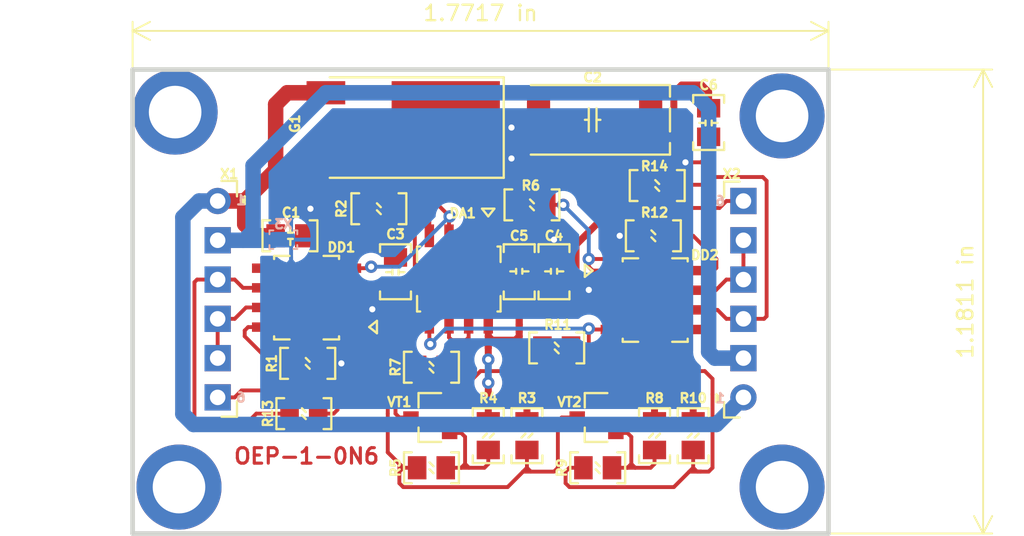
<source format=kicad_pcb>
(kicad_pcb (version 20171130) (host pcbnew "(5.1.4)-1")

  (general
    (thickness 1.6)
    (drawings 7)
    (tracks 408)
    (zones 0)
    (modules 33)
    (nets 27)
  )

  (page A4)
  (layers
    (0 F.Cu signal)
    (31 B.Cu signal)
    (32 B.Adhes user)
    (33 F.Adhes user)
    (34 B.Paste user)
    (35 F.Paste user)
    (36 B.SilkS user)
    (37 F.SilkS user)
    (38 B.Mask user)
    (39 F.Mask user)
    (40 Dwgs.User user)
    (41 Cmts.User user)
    (42 Eco1.User user)
    (43 Eco2.User user)
    (44 Edge.Cuts user)
    (45 Margin user)
    (46 B.CrtYd user)
    (47 F.CrtYd user)
    (48 B.Fab user hide)
    (49 F.Fab user hide)
  )

  (setup
    (last_trace_width 0.25)
    (trace_clearance 0.2)
    (zone_clearance 0.508)
    (zone_45_only no)
    (trace_min 0.2)
    (via_size 0.8)
    (via_drill 0.4)
    (via_min_size 0.4)
    (via_min_drill 0.3)
    (uvia_size 0.3)
    (uvia_drill 0.1)
    (uvias_allowed no)
    (uvia_min_size 0.2)
    (uvia_min_drill 0.1)
    (edge_width 0.05)
    (segment_width 0.2)
    (pcb_text_width 0.3)
    (pcb_text_size 1.5 1.5)
    (mod_edge_width 0.12)
    (mod_text_size 1 1)
    (mod_text_width 0.15)
    (pad_size 5.5 5.5)
    (pad_drill 3.4)
    (pad_to_mask_clearance 0.051)
    (solder_mask_min_width 0.25)
    (aux_axis_origin 0 0)
    (visible_elements 7FFFFFFF)
    (pcbplotparams
      (layerselection 0x01000_ffffffff)
      (usegerberextensions false)
      (usegerberattributes false)
      (usegerberadvancedattributes false)
      (creategerberjobfile false)
      (excludeedgelayer true)
      (linewidth 0.100000)
      (plotframeref false)
      (viasonmask false)
      (mode 1)
      (useauxorigin false)
      (hpglpennumber 1)
      (hpglpenspeed 20)
      (hpglpendiameter 15.000000)
      (psnegative false)
      (psa4output false)
      (plotreference true)
      (plotvalue true)
      (plotinvisibletext false)
      (padsonsilk false)
      (subtractmaskfromsilk false)
      (outputformat 1)
      (mirror false)
      (drillshape 0)
      (scaleselection 1)
      (outputdirectory "GERBER/"))
  )

  (net 0 "")
  (net 1 "Net-(DD1-Pad8)")
  (net 2 "Net-(DD1-Pad5)")
  (net 3 /RX-2)
  (net 4 /5V)
  (net 5 /GND)
  (net 6 /TX-2)
  (net 7 "Net-(DD2-Pad8)")
  (net 8 "Net-(DD2-Pad5)")
  (net 9 /RX-1)
  (net 10 /TX-1)
  (net 11 "Net-(R4-Pad2)")
  (net 12 "Net-(DA1-Pad1)")
  (net 13 "Net-(DA1-Pad6)")
  (net 14 "Net-(R8-Pad2)")
  (net 15 /CAN-H-1)
  (net 16 /CAN-L-1)
  (net 17 /CAN-L-2)
  (net 18 /PWR)
  (net 19 "Net-(R13-Pad1)")
  (net 20 "Net-(R14-Pad1)")
  (net 21 /PWR_GND)
  (net 22 "Net-(X4-Pad1)")
  (net 23 "Net-(X5-Pad1)")
  (net 24 "Net-(X6-Pad1)")
  (net 25 "Net-(X7-Pad1)")
  (net 26 /CAN-H-2)

  (net_class Default "Это класс цепей по умолчанию."
    (clearance 0.2)
    (trace_width 0.25)
    (via_dia 0.8)
    (via_drill 0.4)
    (uvia_dia 0.3)
    (uvia_drill 0.1)
    (add_net /CAN-H-1)
    (add_net /CAN-H-2)
    (add_net /CAN-L-1)
    (add_net /CAN-L-2)
    (add_net /GND)
    (add_net /RX-1)
    (add_net /RX-2)
    (add_net /TX-1)
    (add_net /TX-2)
    (add_net "Net-(DA1-Pad1)")
    (add_net "Net-(DA1-Pad6)")
    (add_net "Net-(DD1-Pad5)")
    (add_net "Net-(DD1-Pad8)")
    (add_net "Net-(DD2-Pad5)")
    (add_net "Net-(DD2-Pad8)")
    (add_net "Net-(R13-Pad1)")
    (add_net "Net-(R14-Pad1)")
    (add_net "Net-(R4-Pad2)")
    (add_net "Net-(R8-Pad2)")
    (add_net "Net-(X4-Pad1)")
    (add_net "Net-(X5-Pad1)")
    (add_net "Net-(X6-Pad1)")
    (add_net "Net-(X7-Pad1)")
  )

  (net_class 5V ""
    (clearance 0.2)
    (trace_width 0.45)
    (via_dia 0.8)
    (via_drill 0.4)
    (uvia_dia 0.3)
    (uvia_drill 0.1)
    (add_net /5V)
  )

  (net_class PWR ""
    (clearance 0.4)
    (trace_width 1)
    (via_dia 0.8)
    (via_drill 0.4)
    (uvia_dia 0.3)
    (uvia_drill 0.1)
    (add_net /PWR)
    (add_net /PWR_GND)
  )

  (module MOTOR_RLC:Резистор_SMD_IEC_0805_0,125_Вт (layer F.Cu) (tedit 5F86EF35) (tstamp 60BD36AD)
    (at 126.5 163)
    (path /60BF1615)
    (attr smd)
    (fp_text reference R11 (at 1 -1.5 180) (layer F.SilkS)
      (effects (font (size 0.6 0.6) (thickness 0.15)))
    )
    (fp_text value Резистор_0,125Вт (at 1.1 1.7) (layer F.Fab) hide
      (effects (font (size 0.6 0.6) (thickness 0.15)))
    )
    (fp_line (start 0.8 -0.35) (end 1.05 -0.1) (layer F.SilkS) (width 0.15))
    (fp_line (start 0.8 0.1) (end 1.05 0.35) (layer F.SilkS) (width 0.15))
    (fp_line (start 2.7 1) (end 2.7 -1) (layer F.CrtYd) (width 0.12))
    (fp_line (start -0.9 1) (end 2.7 1) (layer F.CrtYd) (width 0.12))
    (fp_line (start -0.9 -1) (end -0.9 1) (layer F.CrtYd) (width 0.12))
    (fp_line (start 2.7 -1) (end -0.9 -1) (layer F.CrtYd) (width 0.12))
    (fp_line (start -1.45 1) (end -1.45 -1) (layer Cmts.User) (width 0.12))
    (fp_line (start 3.3 1) (end -1.45 1) (layer Cmts.User) (width 0.12))
    (fp_line (start 3.3 -1) (end 3.3 1) (layer Cmts.User) (width 0.12))
    (fp_line (start -1.45 -1) (end 3.3 -1) (layer Cmts.User) (width 0.12))
    (fp_line (start 1.925 -0.6) (end -0.075 -0.6) (layer F.Fab) (width 0.12))
    (fp_line (start 1.925 0.65) (end 1.925 -0.6) (layer F.Fab) (width 0.12))
    (fp_line (start -0.075 0.65) (end 1.925 0.65) (layer F.Fab) (width 0.12))
    (fp_line (start -0.075 -0.6) (end -0.075 0.65) (layer F.Fab) (width 0.12))
    (fp_line (start -0.85 1) (end -0.35 1) (layer F.SilkS) (width 0.15))
    (fp_line (start 2.7 1) (end 2.2 1) (layer F.SilkS) (width 0.15))
    (fp_line (start -0.85 -1) (end -0.35 -1) (layer F.SilkS) (width 0.15))
    (fp_line (start 2.7 -1) (end 2.2 -1) (layer F.SilkS) (width 0.15))
    (fp_line (start 2.7 -1) (end 2.7 1) (layer F.SilkS) (width 0.15))
    (fp_line (start -0.85 1) (end -0.85 -1) (layer F.SilkS) (width 0.15))
    (pad 2 smd rect (at 1.85 0) (size 1.2 1.5) (layers F.Cu F.Paste F.Mask)
      (net 9 /RX-1) (clearance 0.2))
    (pad 1 smd rect (at 0 0) (size 1.2 1.5) (layers F.Cu F.Paste F.Mask)
      (net 4 /5V) (clearance 0.2))
    (model ${MOTOR_3D}/R/Res_0805.stp
      (offset (xyz -0.05 0.6 0))
      (scale (xyz 1 1 1))
      (rotate (xyz 0 0 90))
    )
  )

  (module MOTOR_RLC:Резистор_SMD_IEC_0805_0,125_Вт (layer F.Cu) (tedit 5F86EF35) (tstamp 60BD3503)
    (at 115 154)
    (path /60BD70DF)
    (attr smd)
    (fp_text reference R2 (at -1.5 0 90) (layer F.SilkS)
      (effects (font (size 0.6 0.6) (thickness 0.15)))
    )
    (fp_text value Резистор_0,125Вт (at 1.1 1.7) (layer F.Fab) hide
      (effects (font (size 0.6 0.6) (thickness 0.15)))
    )
    (fp_line (start 0.8 -0.35) (end 1.05 -0.1) (layer F.SilkS) (width 0.15))
    (fp_line (start 0.8 0.1) (end 1.05 0.35) (layer F.SilkS) (width 0.15))
    (fp_line (start 2.7 1) (end 2.7 -1) (layer F.CrtYd) (width 0.12))
    (fp_line (start -0.9 1) (end 2.7 1) (layer F.CrtYd) (width 0.12))
    (fp_line (start -0.9 -1) (end -0.9 1) (layer F.CrtYd) (width 0.12))
    (fp_line (start 2.7 -1) (end -0.9 -1) (layer F.CrtYd) (width 0.12))
    (fp_line (start -1.45 1) (end -1.45 -1) (layer Cmts.User) (width 0.12))
    (fp_line (start 3.3 1) (end -1.45 1) (layer Cmts.User) (width 0.12))
    (fp_line (start 3.3 -1) (end 3.3 1) (layer Cmts.User) (width 0.12))
    (fp_line (start -1.45 -1) (end 3.3 -1) (layer Cmts.User) (width 0.12))
    (fp_line (start 1.925 -0.6) (end -0.075 -0.6) (layer F.Fab) (width 0.12))
    (fp_line (start 1.925 0.65) (end 1.925 -0.6) (layer F.Fab) (width 0.12))
    (fp_line (start -0.075 0.65) (end 1.925 0.65) (layer F.Fab) (width 0.12))
    (fp_line (start -0.075 -0.6) (end -0.075 0.65) (layer F.Fab) (width 0.12))
    (fp_line (start -0.85 1) (end -0.35 1) (layer F.SilkS) (width 0.15))
    (fp_line (start 2.7 1) (end 2.2 1) (layer F.SilkS) (width 0.15))
    (fp_line (start -0.85 -1) (end -0.35 -1) (layer F.SilkS) (width 0.15))
    (fp_line (start 2.7 -1) (end 2.2 -1) (layer F.SilkS) (width 0.15))
    (fp_line (start 2.7 -1) (end 2.7 1) (layer F.SilkS) (width 0.15))
    (fp_line (start -0.85 1) (end -0.85 -1) (layer F.SilkS) (width 0.15))
    (pad 2 smd rect (at 1.85 0) (size 1.2 1.5) (layers F.Cu F.Paste F.Mask)
      (net 3 /RX-2) (clearance 0.2))
    (pad 1 smd rect (at 0 0) (size 1.2 1.5) (layers F.Cu F.Paste F.Mask)
      (net 4 /5V) (clearance 0.2))
    (model ${MOTOR_3D}/R/Res_0805.stp
      (offset (xyz -0.05 0.6 0))
      (scale (xyz 1 1 1))
      (rotate (xyz 0 0 90))
    )
  )

  (module MOTOR_RLC:Резистор_SMD_IEC_0805_0,125_Вт (layer F.Cu) (tedit 5F86EF35) (tstamp 60BBDA3A)
    (at 132.75 155.75)
    (path /60BE540B)
    (attr smd)
    (fp_text reference R12 (at 1 -1.5) (layer F.SilkS)
      (effects (font (size 0.6 0.6) (thickness 0.15)))
    )
    (fp_text value Резистор_0,125Вт (at 1.1 1.7) (layer F.Fab) hide
      (effects (font (size 0.6 0.6) (thickness 0.15)))
    )
    (fp_line (start 0.8 -0.35) (end 1.05 -0.1) (layer F.SilkS) (width 0.15))
    (fp_line (start 0.8 0.1) (end 1.05 0.35) (layer F.SilkS) (width 0.15))
    (fp_line (start 2.7 1) (end 2.7 -1) (layer F.CrtYd) (width 0.12))
    (fp_line (start -0.9 1) (end 2.7 1) (layer F.CrtYd) (width 0.12))
    (fp_line (start -0.9 -1) (end -0.9 1) (layer F.CrtYd) (width 0.12))
    (fp_line (start 2.7 -1) (end -0.9 -1) (layer F.CrtYd) (width 0.12))
    (fp_line (start -1.45 1) (end -1.45 -1) (layer Cmts.User) (width 0.12))
    (fp_line (start 3.3 1) (end -1.45 1) (layer Cmts.User) (width 0.12))
    (fp_line (start 3.3 -1) (end 3.3 1) (layer Cmts.User) (width 0.12))
    (fp_line (start -1.45 -1) (end 3.3 -1) (layer Cmts.User) (width 0.12))
    (fp_line (start 1.925 -0.6) (end -0.075 -0.6) (layer F.Fab) (width 0.12))
    (fp_line (start 1.925 0.65) (end 1.925 -0.6) (layer F.Fab) (width 0.12))
    (fp_line (start -0.075 0.65) (end 1.925 0.65) (layer F.Fab) (width 0.12))
    (fp_line (start -0.075 -0.6) (end -0.075 0.65) (layer F.Fab) (width 0.12))
    (fp_line (start -0.85 1) (end -0.35 1) (layer F.SilkS) (width 0.15))
    (fp_line (start 2.7 1) (end 2.2 1) (layer F.SilkS) (width 0.15))
    (fp_line (start -0.85 -1) (end -0.35 -1) (layer F.SilkS) (width 0.15))
    (fp_line (start 2.7 -1) (end 2.2 -1) (layer F.SilkS) (width 0.15))
    (fp_line (start 2.7 -1) (end 2.7 1) (layer F.SilkS) (width 0.15))
    (fp_line (start -0.85 1) (end -0.85 -1) (layer F.SilkS) (width 0.15))
    (pad 2 smd rect (at 1.85 0) (size 1.2 1.5) (layers F.Cu F.Paste F.Mask)
      (net 7 "Net-(DD2-Pad8)") (clearance 0.2))
    (pad 1 smd rect (at 0 0) (size 1.2 1.5) (layers F.Cu F.Paste F.Mask)
      (net 5 /GND) (clearance 0.2))
    (model ${MOTOR_3D}/R/Res_0805.stp
      (offset (xyz -0.05 0.6 0))
      (scale (xyz 1 1 1))
      (rotate (xyz 0 0 90))
    )
  )

  (module MOTOR_RLC:Резистор_SMD_IEC_0805_0,125_Вт (layer F.Cu) (tedit 5F86EF35) (tstamp 60BBDA1E)
    (at 136.249999 167.75 270)
    (path /60C71F56)
    (attr smd)
    (fp_text reference R10 (at -1.5 -0.000001 180) (layer F.SilkS)
      (effects (font (size 0.6 0.6) (thickness 0.15)))
    )
    (fp_text value Резистор_0,125Вт (at 1.1 1.7 90) (layer F.Fab) hide
      (effects (font (size 0.6 0.6) (thickness 0.15)))
    )
    (fp_line (start 0.8 -0.35) (end 1.05 -0.1) (layer F.SilkS) (width 0.15))
    (fp_line (start 0.8 0.1) (end 1.05 0.35) (layer F.SilkS) (width 0.15))
    (fp_line (start 2.7 1) (end 2.7 -1) (layer F.CrtYd) (width 0.12))
    (fp_line (start -0.9 1) (end 2.7 1) (layer F.CrtYd) (width 0.12))
    (fp_line (start -0.9 -1) (end -0.9 1) (layer F.CrtYd) (width 0.12))
    (fp_line (start 2.7 -1) (end -0.9 -1) (layer F.CrtYd) (width 0.12))
    (fp_line (start -1.45 1) (end -1.45 -1) (layer Cmts.User) (width 0.12))
    (fp_line (start 3.3 1) (end -1.45 1) (layer Cmts.User) (width 0.12))
    (fp_line (start 3.3 -1) (end 3.3 1) (layer Cmts.User) (width 0.12))
    (fp_line (start -1.45 -1) (end 3.3 -1) (layer Cmts.User) (width 0.12))
    (fp_line (start 1.925 -0.6) (end -0.075 -0.6) (layer F.Fab) (width 0.12))
    (fp_line (start 1.925 0.65) (end 1.925 -0.6) (layer F.Fab) (width 0.12))
    (fp_line (start -0.075 0.65) (end 1.925 0.65) (layer F.Fab) (width 0.12))
    (fp_line (start -0.075 -0.6) (end -0.075 0.65) (layer F.Fab) (width 0.12))
    (fp_line (start -0.85 1) (end -0.35 1) (layer F.SilkS) (width 0.15))
    (fp_line (start 2.7 1) (end 2.2 1) (layer F.SilkS) (width 0.15))
    (fp_line (start -0.85 -1) (end -0.35 -1) (layer F.SilkS) (width 0.15))
    (fp_line (start 2.7 -1) (end 2.2 -1) (layer F.SilkS) (width 0.15))
    (fp_line (start 2.7 -1) (end 2.7 1) (layer F.SilkS) (width 0.15))
    (fp_line (start -0.85 1) (end -0.85 -1) (layer F.SilkS) (width 0.15))
    (pad 2 smd rect (at 1.85 0 270) (size 1.2 1.5) (layers F.Cu F.Paste F.Mask)
      (net 10 /TX-1) (clearance 0.2))
    (pad 1 smd rect (at 0 0 270) (size 1.2 1.5) (layers F.Cu F.Paste F.Mask)
      (net 4 /5V) (clearance 0.2))
    (model ${MOTOR_3D}/R/Res_0805.stp
      (offset (xyz -0.05 0.6 0))
      (scale (xyz 1 1 1))
      (rotate (xyz 0 0 90))
    )
  )

  (module MOTOR_RLC:Резистор_SMD_IEC_0805_0,125_Вт (layer F.Cu) (tedit 5F86EF35) (tstamp 60BBDA10)
    (at 131 170.75 180)
    (path /60BE6EBE)
    (attr smd)
    (fp_text reference R9 (at 3.25 0 90) (layer F.SilkS)
      (effects (font (size 0.6 0.6) (thickness 0.15)))
    )
    (fp_text value Резистор_0,125Вт (at 1.1 1.7) (layer F.Fab) hide
      (effects (font (size 0.6 0.6) (thickness 0.15)))
    )
    (fp_line (start 0.8 -0.35) (end 1.05 -0.1) (layer F.SilkS) (width 0.15))
    (fp_line (start 0.8 0.1) (end 1.05 0.35) (layer F.SilkS) (width 0.15))
    (fp_line (start 2.7 1) (end 2.7 -1) (layer F.CrtYd) (width 0.12))
    (fp_line (start -0.9 1) (end 2.7 1) (layer F.CrtYd) (width 0.12))
    (fp_line (start -0.9 -1) (end -0.9 1) (layer F.CrtYd) (width 0.12))
    (fp_line (start 2.7 -1) (end -0.9 -1) (layer F.CrtYd) (width 0.12))
    (fp_line (start -1.45 1) (end -1.45 -1) (layer Cmts.User) (width 0.12))
    (fp_line (start 3.3 1) (end -1.45 1) (layer Cmts.User) (width 0.12))
    (fp_line (start 3.3 -1) (end 3.3 1) (layer Cmts.User) (width 0.12))
    (fp_line (start -1.45 -1) (end 3.3 -1) (layer Cmts.User) (width 0.12))
    (fp_line (start 1.925 -0.6) (end -0.075 -0.6) (layer F.Fab) (width 0.12))
    (fp_line (start 1.925 0.65) (end 1.925 -0.6) (layer F.Fab) (width 0.12))
    (fp_line (start -0.075 0.65) (end 1.925 0.65) (layer F.Fab) (width 0.12))
    (fp_line (start -0.075 -0.6) (end -0.075 0.65) (layer F.Fab) (width 0.12))
    (fp_line (start -0.85 1) (end -0.35 1) (layer F.SilkS) (width 0.15))
    (fp_line (start 2.7 1) (end 2.2 1) (layer F.SilkS) (width 0.15))
    (fp_line (start -0.85 -1) (end -0.35 -1) (layer F.SilkS) (width 0.15))
    (fp_line (start 2.7 -1) (end 2.2 -1) (layer F.SilkS) (width 0.15))
    (fp_line (start 2.7 -1) (end 2.7 1) (layer F.SilkS) (width 0.15))
    (fp_line (start -0.85 1) (end -0.85 -1) (layer F.SilkS) (width 0.15))
    (pad 2 smd rect (at 1.85 0 180) (size 1.2 1.5) (layers F.Cu F.Paste F.Mask)
      (net 10 /TX-1) (clearance 0.2))
    (pad 1 smd rect (at 0 0 180) (size 1.2 1.5) (layers F.Cu F.Paste F.Mask)
      (net 14 "Net-(R8-Pad2)") (clearance 0.2))
    (model ${MOTOR_3D}/R/Res_0805.stp
      (offset (xyz -0.05 0.6 0))
      (scale (xyz 1 1 1))
      (rotate (xyz 0 0 90))
    )
  )

  (module MOTOR_RLC:Резистор_SMD_IEC_0805_0,125_Вт (layer F.Cu) (tedit 5F86EF35) (tstamp 60BBDA02)
    (at 133.75 167.750001 270)
    (path /60BFC08D)
    (attr smd)
    (fp_text reference R8 (at -1.500001 0 180) (layer F.SilkS)
      (effects (font (size 0.6 0.6) (thickness 0.15)))
    )
    (fp_text value Резистор_0,125Вт (at 1.1 1.7 90) (layer F.Fab) hide
      (effects (font (size 0.6 0.6) (thickness 0.15)))
    )
    (fp_line (start 0.8 -0.35) (end 1.05 -0.1) (layer F.SilkS) (width 0.15))
    (fp_line (start 0.8 0.1) (end 1.05 0.35) (layer F.SilkS) (width 0.15))
    (fp_line (start 2.7 1) (end 2.7 -1) (layer F.CrtYd) (width 0.12))
    (fp_line (start -0.9 1) (end 2.7 1) (layer F.CrtYd) (width 0.12))
    (fp_line (start -0.9 -1) (end -0.9 1) (layer F.CrtYd) (width 0.12))
    (fp_line (start 2.7 -1) (end -0.9 -1) (layer F.CrtYd) (width 0.12))
    (fp_line (start -1.45 1) (end -1.45 -1) (layer Cmts.User) (width 0.12))
    (fp_line (start 3.3 1) (end -1.45 1) (layer Cmts.User) (width 0.12))
    (fp_line (start 3.3 -1) (end 3.3 1) (layer Cmts.User) (width 0.12))
    (fp_line (start -1.45 -1) (end 3.3 -1) (layer Cmts.User) (width 0.12))
    (fp_line (start 1.925 -0.6) (end -0.075 -0.6) (layer F.Fab) (width 0.12))
    (fp_line (start 1.925 0.65) (end 1.925 -0.6) (layer F.Fab) (width 0.12))
    (fp_line (start -0.075 0.65) (end 1.925 0.65) (layer F.Fab) (width 0.12))
    (fp_line (start -0.075 -0.6) (end -0.075 0.65) (layer F.Fab) (width 0.12))
    (fp_line (start -0.85 1) (end -0.35 1) (layer F.SilkS) (width 0.15))
    (fp_line (start 2.7 1) (end 2.2 1) (layer F.SilkS) (width 0.15))
    (fp_line (start -0.85 -1) (end -0.35 -1) (layer F.SilkS) (width 0.15))
    (fp_line (start 2.7 -1) (end 2.2 -1) (layer F.SilkS) (width 0.15))
    (fp_line (start 2.7 -1) (end 2.7 1) (layer F.SilkS) (width 0.15))
    (fp_line (start -0.85 1) (end -0.85 -1) (layer F.SilkS) (width 0.15))
    (pad 2 smd rect (at 1.85 0 270) (size 1.2 1.5) (layers F.Cu F.Paste F.Mask)
      (net 14 "Net-(R8-Pad2)") (clearance 0.2))
    (pad 1 smd rect (at 0 0 270) (size 1.2 1.5) (layers F.Cu F.Paste F.Mask)
      (net 4 /5V) (clearance 0.2))
    (model ${MOTOR_3D}/R/Res_0805.stp
      (offset (xyz -0.05 0.6 0))
      (scale (xyz 1 1 1))
      (rotate (xyz 0 0 90))
    )
  )

  (module MOTOR_RLC:Резистор_SMD_IEC_0805_0,125_Вт (layer F.Cu) (tedit 5F86EF35) (tstamp 60BBD9F4)
    (at 120.25 164.25 180)
    (path /60BDBABF)
    (attr smd)
    (fp_text reference R7 (at 3.25 0 90) (layer F.SilkS)
      (effects (font (size 0.6 0.6) (thickness 0.15)))
    )
    (fp_text value Резистор_0,125Вт (at 1.1 1.7) (layer F.Fab) hide
      (effects (font (size 0.6 0.6) (thickness 0.15)))
    )
    (fp_line (start 0.8 -0.35) (end 1.05 -0.1) (layer F.SilkS) (width 0.15))
    (fp_line (start 0.8 0.1) (end 1.05 0.35) (layer F.SilkS) (width 0.15))
    (fp_line (start 2.7 1) (end 2.7 -1) (layer F.CrtYd) (width 0.12))
    (fp_line (start -0.9 1) (end 2.7 1) (layer F.CrtYd) (width 0.12))
    (fp_line (start -0.9 -1) (end -0.9 1) (layer F.CrtYd) (width 0.12))
    (fp_line (start 2.7 -1) (end -0.9 -1) (layer F.CrtYd) (width 0.12))
    (fp_line (start -1.45 1) (end -1.45 -1) (layer Cmts.User) (width 0.12))
    (fp_line (start 3.3 1) (end -1.45 1) (layer Cmts.User) (width 0.12))
    (fp_line (start 3.3 -1) (end 3.3 1) (layer Cmts.User) (width 0.12))
    (fp_line (start -1.45 -1) (end 3.3 -1) (layer Cmts.User) (width 0.12))
    (fp_line (start 1.925 -0.6) (end -0.075 -0.6) (layer F.Fab) (width 0.12))
    (fp_line (start 1.925 0.65) (end 1.925 -0.6) (layer F.Fab) (width 0.12))
    (fp_line (start -0.075 0.65) (end 1.925 0.65) (layer F.Fab) (width 0.12))
    (fp_line (start -0.075 -0.6) (end -0.075 0.65) (layer F.Fab) (width 0.12))
    (fp_line (start -0.85 1) (end -0.35 1) (layer F.SilkS) (width 0.15))
    (fp_line (start 2.7 1) (end 2.2 1) (layer F.SilkS) (width 0.15))
    (fp_line (start -0.85 -1) (end -0.35 -1) (layer F.SilkS) (width 0.15))
    (fp_line (start 2.7 -1) (end 2.2 -1) (layer F.SilkS) (width 0.15))
    (fp_line (start 2.7 -1) (end 2.7 1) (layer F.SilkS) (width 0.15))
    (fp_line (start -0.85 1) (end -0.85 -1) (layer F.SilkS) (width 0.15))
    (pad 2 smd rect (at 1.85 0 180) (size 1.2 1.5) (layers F.Cu F.Paste F.Mask)
      (net 6 /TX-2) (clearance 0.2))
    (pad 1 smd rect (at 0 0 180) (size 1.2 1.5) (layers F.Cu F.Paste F.Mask)
      (net 13 "Net-(DA1-Pad6)") (clearance 0.2))
    (model ${MOTOR_3D}/R/Res_0805.stp
      (offset (xyz -0.05 0.6 0))
      (scale (xyz 1 1 1))
      (rotate (xyz 0 0 90))
    )
  )

  (module MOTOR_RLC:Резистор_SMD_IEC_0805_0,125_Вт (layer F.Cu) (tedit 5F86EF35) (tstamp 60BBD9E6)
    (at 126.75 153.75 180)
    (path /60BDC9B4)
    (attr smd)
    (fp_text reference R6 (at 1 1.25) (layer F.SilkS)
      (effects (font (size 0.6 0.6) (thickness 0.15)))
    )
    (fp_text value Резистор_0,125Вт (at 1.1 1.7) (layer F.Fab) hide
      (effects (font (size 0.6 0.6) (thickness 0.15)))
    )
    (fp_line (start 0.8 -0.35) (end 1.05 -0.1) (layer F.SilkS) (width 0.15))
    (fp_line (start 0.8 0.1) (end 1.05 0.35) (layer F.SilkS) (width 0.15))
    (fp_line (start 2.7 1) (end 2.7 -1) (layer F.CrtYd) (width 0.12))
    (fp_line (start -0.9 1) (end 2.7 1) (layer F.CrtYd) (width 0.12))
    (fp_line (start -0.9 -1) (end -0.9 1) (layer F.CrtYd) (width 0.12))
    (fp_line (start 2.7 -1) (end -0.9 -1) (layer F.CrtYd) (width 0.12))
    (fp_line (start -1.45 1) (end -1.45 -1) (layer Cmts.User) (width 0.12))
    (fp_line (start 3.3 1) (end -1.45 1) (layer Cmts.User) (width 0.12))
    (fp_line (start 3.3 -1) (end 3.3 1) (layer Cmts.User) (width 0.12))
    (fp_line (start -1.45 -1) (end 3.3 -1) (layer Cmts.User) (width 0.12))
    (fp_line (start 1.925 -0.6) (end -0.075 -0.6) (layer F.Fab) (width 0.12))
    (fp_line (start 1.925 0.65) (end 1.925 -0.6) (layer F.Fab) (width 0.12))
    (fp_line (start -0.075 0.65) (end 1.925 0.65) (layer F.Fab) (width 0.12))
    (fp_line (start -0.075 -0.6) (end -0.075 0.65) (layer F.Fab) (width 0.12))
    (fp_line (start -0.85 1) (end -0.35 1) (layer F.SilkS) (width 0.15))
    (fp_line (start 2.7 1) (end 2.2 1) (layer F.SilkS) (width 0.15))
    (fp_line (start -0.85 -1) (end -0.35 -1) (layer F.SilkS) (width 0.15))
    (fp_line (start 2.7 -1) (end 2.2 -1) (layer F.SilkS) (width 0.15))
    (fp_line (start 2.7 -1) (end 2.7 1) (layer F.SilkS) (width 0.15))
    (fp_line (start -0.85 1) (end -0.85 -1) (layer F.SilkS) (width 0.15))
    (pad 2 smd rect (at 1.85 0 180) (size 1.2 1.5) (layers F.Cu F.Paste F.Mask)
      (net 12 "Net-(DA1-Pad1)") (clearance 0.2))
    (pad 1 smd rect (at 0 0 180) (size 1.2 1.5) (layers F.Cu F.Paste F.Mask)
      (net 10 /TX-1) (clearance 0.2))
    (model ${MOTOR_3D}/R/Res_0805.stp
      (offset (xyz -0.05 0.6 0))
      (scale (xyz 1 1 1))
      (rotate (xyz 0 0 90))
    )
  )

  (module MOTOR_RLC:Резистор_SMD_IEC_0805_0,125_Вт (layer F.Cu) (tedit 5F86EF35) (tstamp 60BBD9D8)
    (at 120.25 170.75 180)
    (path /60BE5AEC)
    (attr smd)
    (fp_text reference R5 (at 3.25 0 90) (layer F.SilkS)
      (effects (font (size 0.6 0.6) (thickness 0.15)))
    )
    (fp_text value Резистор_0,125Вт (at 1.1 1.7) (layer F.Fab) hide
      (effects (font (size 0.6 0.6) (thickness 0.15)))
    )
    (fp_line (start 0.8 -0.35) (end 1.05 -0.1) (layer F.SilkS) (width 0.15))
    (fp_line (start 0.8 0.1) (end 1.05 0.35) (layer F.SilkS) (width 0.15))
    (fp_line (start 2.7 1) (end 2.7 -1) (layer F.CrtYd) (width 0.12))
    (fp_line (start -0.9 1) (end 2.7 1) (layer F.CrtYd) (width 0.12))
    (fp_line (start -0.9 -1) (end -0.9 1) (layer F.CrtYd) (width 0.12))
    (fp_line (start 2.7 -1) (end -0.9 -1) (layer F.CrtYd) (width 0.12))
    (fp_line (start -1.45 1) (end -1.45 -1) (layer Cmts.User) (width 0.12))
    (fp_line (start 3.3 1) (end -1.45 1) (layer Cmts.User) (width 0.12))
    (fp_line (start 3.3 -1) (end 3.3 1) (layer Cmts.User) (width 0.12))
    (fp_line (start -1.45 -1) (end 3.3 -1) (layer Cmts.User) (width 0.12))
    (fp_line (start 1.925 -0.6) (end -0.075 -0.6) (layer F.Fab) (width 0.12))
    (fp_line (start 1.925 0.65) (end 1.925 -0.6) (layer F.Fab) (width 0.12))
    (fp_line (start -0.075 0.65) (end 1.925 0.65) (layer F.Fab) (width 0.12))
    (fp_line (start -0.075 -0.6) (end -0.075 0.65) (layer F.Fab) (width 0.12))
    (fp_line (start -0.85 1) (end -0.35 1) (layer F.SilkS) (width 0.15))
    (fp_line (start 2.7 1) (end 2.2 1) (layer F.SilkS) (width 0.15))
    (fp_line (start -0.85 -1) (end -0.35 -1) (layer F.SilkS) (width 0.15))
    (fp_line (start 2.7 -1) (end 2.2 -1) (layer F.SilkS) (width 0.15))
    (fp_line (start 2.7 -1) (end 2.7 1) (layer F.SilkS) (width 0.15))
    (fp_line (start -0.85 1) (end -0.85 -1) (layer F.SilkS) (width 0.15))
    (pad 2 smd rect (at 1.85 0 180) (size 1.2 1.5) (layers F.Cu F.Paste F.Mask)
      (net 6 /TX-2) (clearance 0.2))
    (pad 1 smd rect (at 0 0 180) (size 1.2 1.5) (layers F.Cu F.Paste F.Mask)
      (net 11 "Net-(R4-Pad2)") (clearance 0.2))
    (model ${MOTOR_3D}/R/Res_0805.stp
      (offset (xyz -0.05 0.6 0))
      (scale (xyz 1 1 1))
      (rotate (xyz 0 0 90))
    )
  )

  (module MOTOR_RLC:Резистор_SMD_IEC_0805_0,125_Вт (layer F.Cu) (tedit 5F86EF35) (tstamp 60BBD9CA)
    (at 123 167.75 270)
    (path /60BF53ED)
    (attr smd)
    (fp_text reference R4 (at -1.5 0 180) (layer F.SilkS)
      (effects (font (size 0.6 0.6) (thickness 0.15)))
    )
    (fp_text value Резистор_0,125Вт (at 1.1 1.7 90) (layer F.Fab) hide
      (effects (font (size 0.6 0.6) (thickness 0.15)))
    )
    (fp_line (start 0.8 -0.35) (end 1.05 -0.1) (layer F.SilkS) (width 0.15))
    (fp_line (start 0.8 0.1) (end 1.05 0.35) (layer F.SilkS) (width 0.15))
    (fp_line (start 2.7 1) (end 2.7 -1) (layer F.CrtYd) (width 0.12))
    (fp_line (start -0.9 1) (end 2.7 1) (layer F.CrtYd) (width 0.12))
    (fp_line (start -0.9 -1) (end -0.9 1) (layer F.CrtYd) (width 0.12))
    (fp_line (start 2.7 -1) (end -0.9 -1) (layer F.CrtYd) (width 0.12))
    (fp_line (start -1.45 1) (end -1.45 -1) (layer Cmts.User) (width 0.12))
    (fp_line (start 3.3 1) (end -1.45 1) (layer Cmts.User) (width 0.12))
    (fp_line (start 3.3 -1) (end 3.3 1) (layer Cmts.User) (width 0.12))
    (fp_line (start -1.45 -1) (end 3.3 -1) (layer Cmts.User) (width 0.12))
    (fp_line (start 1.925 -0.6) (end -0.075 -0.6) (layer F.Fab) (width 0.12))
    (fp_line (start 1.925 0.65) (end 1.925 -0.6) (layer F.Fab) (width 0.12))
    (fp_line (start -0.075 0.65) (end 1.925 0.65) (layer F.Fab) (width 0.12))
    (fp_line (start -0.075 -0.6) (end -0.075 0.65) (layer F.Fab) (width 0.12))
    (fp_line (start -0.85 1) (end -0.35 1) (layer F.SilkS) (width 0.15))
    (fp_line (start 2.7 1) (end 2.2 1) (layer F.SilkS) (width 0.15))
    (fp_line (start -0.85 -1) (end -0.35 -1) (layer F.SilkS) (width 0.15))
    (fp_line (start 2.7 -1) (end 2.2 -1) (layer F.SilkS) (width 0.15))
    (fp_line (start 2.7 -1) (end 2.7 1) (layer F.SilkS) (width 0.15))
    (fp_line (start -0.85 1) (end -0.85 -1) (layer F.SilkS) (width 0.15))
    (pad 2 smd rect (at 1.85 0 270) (size 1.2 1.5) (layers F.Cu F.Paste F.Mask)
      (net 11 "Net-(R4-Pad2)") (clearance 0.2))
    (pad 1 smd rect (at 0 0 270) (size 1.2 1.5) (layers F.Cu F.Paste F.Mask)
      (net 4 /5V) (clearance 0.2))
    (model ${MOTOR_3D}/R/Res_0805.stp
      (offset (xyz -0.05 0.6 0))
      (scale (xyz 1 1 1))
      (rotate (xyz 0 0 90))
    )
  )

  (module MOTOR_RLC:Резистор_SMD_IEC_0805_0,125_Вт (layer F.Cu) (tedit 5F86EF35) (tstamp 60BBD9BC)
    (at 125.5 167.75 270)
    (path /60C41AAB)
    (attr smd)
    (fp_text reference R3 (at -1.5 0 180) (layer F.SilkS)
      (effects (font (size 0.6 0.6) (thickness 0.15)))
    )
    (fp_text value Резистор_0,125Вт (at 1.1 1.7 90) (layer F.Fab) hide
      (effects (font (size 0.6 0.6) (thickness 0.15)))
    )
    (fp_line (start 0.8 -0.35) (end 1.05 -0.1) (layer F.SilkS) (width 0.15))
    (fp_line (start 0.8 0.1) (end 1.05 0.35) (layer F.SilkS) (width 0.15))
    (fp_line (start 2.7 1) (end 2.7 -1) (layer F.CrtYd) (width 0.12))
    (fp_line (start -0.9 1) (end 2.7 1) (layer F.CrtYd) (width 0.12))
    (fp_line (start -0.9 -1) (end -0.9 1) (layer F.CrtYd) (width 0.12))
    (fp_line (start 2.7 -1) (end -0.9 -1) (layer F.CrtYd) (width 0.12))
    (fp_line (start -1.45 1) (end -1.45 -1) (layer Cmts.User) (width 0.12))
    (fp_line (start 3.3 1) (end -1.45 1) (layer Cmts.User) (width 0.12))
    (fp_line (start 3.3 -1) (end 3.3 1) (layer Cmts.User) (width 0.12))
    (fp_line (start -1.45 -1) (end 3.3 -1) (layer Cmts.User) (width 0.12))
    (fp_line (start 1.925 -0.6) (end -0.075 -0.6) (layer F.Fab) (width 0.12))
    (fp_line (start 1.925 0.65) (end 1.925 -0.6) (layer F.Fab) (width 0.12))
    (fp_line (start -0.075 0.65) (end 1.925 0.65) (layer F.Fab) (width 0.12))
    (fp_line (start -0.075 -0.6) (end -0.075 0.65) (layer F.Fab) (width 0.12))
    (fp_line (start -0.85 1) (end -0.35 1) (layer F.SilkS) (width 0.15))
    (fp_line (start 2.7 1) (end 2.2 1) (layer F.SilkS) (width 0.15))
    (fp_line (start -0.85 -1) (end -0.35 -1) (layer F.SilkS) (width 0.15))
    (fp_line (start 2.7 -1) (end 2.2 -1) (layer F.SilkS) (width 0.15))
    (fp_line (start 2.7 -1) (end 2.7 1) (layer F.SilkS) (width 0.15))
    (fp_line (start -0.85 1) (end -0.85 -1) (layer F.SilkS) (width 0.15))
    (pad 2 smd rect (at 1.85 0 270) (size 1.2 1.5) (layers F.Cu F.Paste F.Mask)
      (net 6 /TX-2) (clearance 0.2))
    (pad 1 smd rect (at 0 0 270) (size 1.2 1.5) (layers F.Cu F.Paste F.Mask)
      (net 4 /5V) (clearance 0.2))
    (model ${MOTOR_3D}/R/Res_0805.stp
      (offset (xyz -0.05 0.6 0))
      (scale (xyz 1 1 1))
      (rotate (xyz 0 0 90))
    )
  )

  (module MOTOR_RLC:Резистор_SMD_IEC_0805_0,125_Вт (layer F.Cu) (tedit 5F86EF35) (tstamp 60BBD9A0)
    (at 112.25 164 180)
    (path /60BE7180)
    (attr smd)
    (fp_text reference R1 (at 3.25 0 90) (layer F.SilkS)
      (effects (font (size 0.6 0.6) (thickness 0.15)))
    )
    (fp_text value Резистор_0,125Вт (at 1.1 1.7) (layer F.Fab) hide
      (effects (font (size 0.6 0.6) (thickness 0.15)))
    )
    (fp_line (start 0.8 -0.35) (end 1.05 -0.1) (layer F.SilkS) (width 0.15))
    (fp_line (start 0.8 0.1) (end 1.05 0.35) (layer F.SilkS) (width 0.15))
    (fp_line (start 2.7 1) (end 2.7 -1) (layer F.CrtYd) (width 0.12))
    (fp_line (start -0.9 1) (end 2.7 1) (layer F.CrtYd) (width 0.12))
    (fp_line (start -0.9 -1) (end -0.9 1) (layer F.CrtYd) (width 0.12))
    (fp_line (start 2.7 -1) (end -0.9 -1) (layer F.CrtYd) (width 0.12))
    (fp_line (start -1.45 1) (end -1.45 -1) (layer Cmts.User) (width 0.12))
    (fp_line (start 3.3 1) (end -1.45 1) (layer Cmts.User) (width 0.12))
    (fp_line (start 3.3 -1) (end 3.3 1) (layer Cmts.User) (width 0.12))
    (fp_line (start -1.45 -1) (end 3.3 -1) (layer Cmts.User) (width 0.12))
    (fp_line (start 1.925 -0.6) (end -0.075 -0.6) (layer F.Fab) (width 0.12))
    (fp_line (start 1.925 0.65) (end 1.925 -0.6) (layer F.Fab) (width 0.12))
    (fp_line (start -0.075 0.65) (end 1.925 0.65) (layer F.Fab) (width 0.12))
    (fp_line (start -0.075 -0.6) (end -0.075 0.65) (layer F.Fab) (width 0.12))
    (fp_line (start -0.85 1) (end -0.35 1) (layer F.SilkS) (width 0.15))
    (fp_line (start 2.7 1) (end 2.2 1) (layer F.SilkS) (width 0.15))
    (fp_line (start -0.85 -1) (end -0.35 -1) (layer F.SilkS) (width 0.15))
    (fp_line (start 2.7 -1) (end 2.2 -1) (layer F.SilkS) (width 0.15))
    (fp_line (start 2.7 -1) (end 2.7 1) (layer F.SilkS) (width 0.15))
    (fp_line (start -0.85 1) (end -0.85 -1) (layer F.SilkS) (width 0.15))
    (pad 2 smd rect (at 1.85 0 180) (size 1.2 1.5) (layers F.Cu F.Paste F.Mask)
      (net 1 "Net-(DD1-Pad8)") (clearance 0.2))
    (pad 1 smd rect (at 0 0 180) (size 1.2 1.5) (layers F.Cu F.Paste F.Mask)
      (net 5 /GND) (clearance 0.2))
    (model ${MOTOR_3D}/R/Res_0805.stp
      (offset (xyz -0.05 0.6 0))
      (scale (xyz 1 1 1))
      (rotate (xyz 0 0 90))
    )
  )

  (module MOTOR_RLC:Резистор_SMD_IEC_0805_0,125_Вт (layer F.Cu) (tedit 5F86EF35) (tstamp 60BD03EA)
    (at 133 152.5)
    (path /60D2A4AA)
    (attr smd)
    (fp_text reference R14 (at 0.75 -1.25) (layer F.SilkS)
      (effects (font (size 0.6 0.6) (thickness 0.15)))
    )
    (fp_text value Резистор_0,125Вт (at 1.1 1.7) (layer F.Fab) hide
      (effects (font (size 0.6 0.6) (thickness 0.15)))
    )
    (fp_line (start 0.8 -0.35) (end 1.05 -0.1) (layer F.SilkS) (width 0.15))
    (fp_line (start 0.8 0.1) (end 1.05 0.35) (layer F.SilkS) (width 0.15))
    (fp_line (start 2.7 1) (end 2.7 -1) (layer F.CrtYd) (width 0.12))
    (fp_line (start -0.9 1) (end 2.7 1) (layer F.CrtYd) (width 0.12))
    (fp_line (start -0.9 -1) (end -0.9 1) (layer F.CrtYd) (width 0.12))
    (fp_line (start 2.7 -1) (end -0.9 -1) (layer F.CrtYd) (width 0.12))
    (fp_line (start -1.45 1) (end -1.45 -1) (layer Cmts.User) (width 0.12))
    (fp_line (start 3.3 1) (end -1.45 1) (layer Cmts.User) (width 0.12))
    (fp_line (start 3.3 -1) (end 3.3 1) (layer Cmts.User) (width 0.12))
    (fp_line (start -1.45 -1) (end 3.3 -1) (layer Cmts.User) (width 0.12))
    (fp_line (start 1.925 -0.6) (end -0.075 -0.6) (layer F.Fab) (width 0.12))
    (fp_line (start 1.925 0.65) (end 1.925 -0.6) (layer F.Fab) (width 0.12))
    (fp_line (start -0.075 0.65) (end 1.925 0.65) (layer F.Fab) (width 0.12))
    (fp_line (start -0.075 -0.6) (end -0.075 0.65) (layer F.Fab) (width 0.12))
    (fp_line (start -0.85 1) (end -0.35 1) (layer F.SilkS) (width 0.15))
    (fp_line (start 2.7 1) (end 2.2 1) (layer F.SilkS) (width 0.15))
    (fp_line (start -0.85 -1) (end -0.35 -1) (layer F.SilkS) (width 0.15))
    (fp_line (start 2.7 -1) (end 2.2 -1) (layer F.SilkS) (width 0.15))
    (fp_line (start 2.7 -1) (end 2.7 1) (layer F.SilkS) (width 0.15))
    (fp_line (start -0.85 1) (end -0.85 -1) (layer F.SilkS) (width 0.15))
    (pad 2 smd rect (at 1.85 0) (size 1.2 1.5) (layers F.Cu F.Paste F.Mask)
      (net 17 /CAN-L-2) (clearance 0.2))
    (pad 1 smd rect (at 0 0) (size 1.2 1.5) (layers F.Cu F.Paste F.Mask)
      (net 20 "Net-(R14-Pad1)") (clearance 0.2))
    (model ${MOTOR_3D}/R/Res_0805.stp
      (offset (xyz -0.05 0.6 0))
      (scale (xyz 1 1 1))
      (rotate (xyz 0 0 90))
    )
  )

  (module MOTOR_RLC:Резистор_SMD_IEC_0805_0,125_Вт (layer F.Cu) (tedit 5F86EF35) (tstamp 60BD03D0)
    (at 112 167.25 180)
    (path /60D17A40)
    (attr smd)
    (fp_text reference R13 (at 3.25 0 90) (layer F.SilkS)
      (effects (font (size 0.6 0.6) (thickness 0.15)))
    )
    (fp_text value Резистор_0,125Вт (at 1.1 1.7) (layer F.Fab) hide
      (effects (font (size 0.6 0.6) (thickness 0.15)))
    )
    (fp_line (start 0.8 -0.35) (end 1.05 -0.1) (layer F.SilkS) (width 0.15))
    (fp_line (start 0.8 0.1) (end 1.05 0.35) (layer F.SilkS) (width 0.15))
    (fp_line (start 2.7 1) (end 2.7 -1) (layer F.CrtYd) (width 0.12))
    (fp_line (start -0.9 1) (end 2.7 1) (layer F.CrtYd) (width 0.12))
    (fp_line (start -0.9 -1) (end -0.9 1) (layer F.CrtYd) (width 0.12))
    (fp_line (start 2.7 -1) (end -0.9 -1) (layer F.CrtYd) (width 0.12))
    (fp_line (start -1.45 1) (end -1.45 -1) (layer Cmts.User) (width 0.12))
    (fp_line (start 3.3 1) (end -1.45 1) (layer Cmts.User) (width 0.12))
    (fp_line (start 3.3 -1) (end 3.3 1) (layer Cmts.User) (width 0.12))
    (fp_line (start -1.45 -1) (end 3.3 -1) (layer Cmts.User) (width 0.12))
    (fp_line (start 1.925 -0.6) (end -0.075 -0.6) (layer F.Fab) (width 0.12))
    (fp_line (start 1.925 0.65) (end 1.925 -0.6) (layer F.Fab) (width 0.12))
    (fp_line (start -0.075 0.65) (end 1.925 0.65) (layer F.Fab) (width 0.12))
    (fp_line (start -0.075 -0.6) (end -0.075 0.65) (layer F.Fab) (width 0.12))
    (fp_line (start -0.85 1) (end -0.35 1) (layer F.SilkS) (width 0.15))
    (fp_line (start 2.7 1) (end 2.2 1) (layer F.SilkS) (width 0.15))
    (fp_line (start -0.85 -1) (end -0.35 -1) (layer F.SilkS) (width 0.15))
    (fp_line (start 2.7 -1) (end 2.2 -1) (layer F.SilkS) (width 0.15))
    (fp_line (start 2.7 -1) (end 2.7 1) (layer F.SilkS) (width 0.15))
    (fp_line (start -0.85 1) (end -0.85 -1) (layer F.SilkS) (width 0.15))
    (pad 2 smd rect (at 1.85 0 180) (size 1.2 1.5) (layers F.Cu F.Paste F.Mask)
      (net 16 /CAN-L-1) (clearance 0.2))
    (pad 1 smd rect (at 0 0 180) (size 1.2 1.5) (layers F.Cu F.Paste F.Mask)
      (net 19 "Net-(R13-Pad1)") (clearance 0.2))
    (model ${MOTOR_3D}/R/Res_0805.stp
      (offset (xyz -0.05 0.6 0))
      (scale (xyz 1 1 1))
      (rotate (xyz 0 0 90))
    )
  )

  (module MOTOR_ICO:Крепежное_Отверстие_под_М3 (layer F.Cu) (tedit 60BC96B6) (tstamp 60BCE593)
    (at 142 148)
    (path /60C51048)
    (fp_text reference X7 (at -4.5 3.5) (layer F.Fab) hide
      (effects (font (size 1.5 1.5) (thickness 0.15)))
    )
    (fp_text value Крепежное_отверстие_М3 (at 0 5) (layer F.Fab) hide
      (effects (font (size 1 1) (thickness 0.15)))
    )
    (pad 1 thru_hole circle (at 0 0) (size 5.5 5.5) (drill 3.4) (layers *.Cu *.Mask)
      (net 25 "Net-(X7-Pad1)"))
  )

  (module MOTOR_ICO:Крепежное_Отверстие_под_М3 (layer F.Cu) (tedit 60BC96A9) (tstamp 60BCE58E)
    (at 142 172)
    (path /60C55C26)
    (fp_text reference X6 (at -4.5 3.5) (layer F.Fab) hide
      (effects (font (size 1.5 1.5) (thickness 0.15)))
    )
    (fp_text value Крепежное_отверстие_М3 (at 0 5) (layer F.Fab) hide
      (effects (font (size 1 1) (thickness 0.15)))
    )
    (pad 1 thru_hole circle (at 0 0) (size 5.5 5.5) (drill 3.4) (layers *.Cu *.Mask)
      (net 24 "Net-(X6-Pad1)"))
  )

  (module MOTOR_ICO:Крепежное_Отверстие_под_М3 (layer F.Cu) (tedit 60BC96B2) (tstamp 60BCE589)
    (at 102.75 147.75)
    (path /60C508C2)
    (fp_text reference X5 (at -4.5 3.5) (layer F.Fab) hide
      (effects (font (size 1.5 1.5) (thickness 0.15)))
    )
    (fp_text value Крепежное_отверстие_М3 (at 0 5) (layer F.Fab) hide
      (effects (font (size 1 1) (thickness 0.15)))
    )
    (pad 1 thru_hole circle (at 0 0) (size 5.5 5.5) (drill 3.4) (layers *.Cu *.Mask)
      (net 23 "Net-(X5-Pad1)"))
  )

  (module MOTOR_ICO:Крепежное_Отверстие_под_М3 (layer F.Cu) (tedit 60BC96AE) (tstamp 60BCE584)
    (at 103 172)
    (path /60C55C1B)
    (fp_text reference X4 (at -4.5 3.5) (layer F.Fab) hide
      (effects (font (size 1.5 1.5) (thickness 0.15)))
    )
    (fp_text value Крепежное_отверстие_М3 (at 0 5) (layer F.Fab) hide
      (effects (font (size 1 1) (thickness 0.15)))
    )
    (pad 1 thru_hole circle (at 0 0) (size 5.5 5.5) (drill 3.4) (layers *.Cu *.Mask)
      (net 22 "Net-(X4-Pad1)"))
  )

  (module MOTOR_X:Пробник (layer B.Cu) (tedit 5EC765A4) (tstamp 60BCCBA2)
    (at 109.75 156)
    (path /60C2F7EE)
    (fp_text reference X3 (at 0 -1) (layer B.SilkS)
      (effects (font (size 0.6 0.6) (thickness 0.15)) (justify mirror))
    )
    (fp_text value Контрольная_точка_сопряжения (at 0.25 -3) (layer B.Fab)
      (effects (font (size 1 1) (thickness 0.15)) (justify mirror))
    )
    (fp_line (start -0.9 0.35) (end -0.9 0.6) (layer B.SilkS) (width 0.12))
    (fp_line (start -0.9 0.6) (end -0.65 0.6) (layer B.SilkS) (width 0.12))
    (fp_line (start -0.9 -0.35) (end -0.9 -0.6) (layer B.SilkS) (width 0.12))
    (fp_line (start -0.9 -0.6) (end -0.65 -0.6) (layer B.SilkS) (width 0.12))
    (fp_line (start 0.65 0.6) (end 0.9 0.6) (layer B.SilkS) (width 0.12))
    (fp_line (start 0.9 0.6) (end 0.9 0.35) (layer B.SilkS) (width 0.12))
    (fp_line (start 0.65 -0.6) (end 0.9 -0.6) (layer B.SilkS) (width 0.12))
    (fp_line (start 0.9 -0.6) (end 0.9 -0.35) (layer B.SilkS) (width 0.12))
    (fp_poly (pts (xy -0.5 0.5) (xy 0.5 0.5) (xy 0.5 -0.5) (xy -0.5 -0.5)) (layer B.Cu) (width 0))
    (fp_poly (pts (xy -0.75 0.5) (xy 0.75 0.5) (xy 0.75 -0.5) (xy -0.75 -0.5)) (layer B.Mask) (width 0.1))
    (pad 1 smd oval (at -0.5 0) (size 0.5 1) (layers B.Cu B.Paste)
      (net 21 /PWR_GND))
    (pad 2 smd oval (at 0.5 0) (size 0.5 1) (layers B.Cu B.Paste)
      (net 5 /GND))
  )

  (module MOTOR_RLC:Конденсатор_SMD_IEC_0805 (layer F.Cu) (tedit 5F76C251) (tstamp 60BCBD8F)
    (at 137.25 147.5 270)
    (path /60BD9A3F)
    (attr smd)
    (fp_text reference C6 (at -1.5 0 180) (layer F.SilkS)
      (effects (font (size 0.6 0.6) (thickness 0.15)))
    )
    (fp_text value Конденсатор_К10-83-25В-0,1_мкФ+-20проц. (at 1.1 1.7 90) (layer F.Fab) hide
      (effects (font (size 0.6 0.6) (thickness 0.15)))
    )
    (fp_line (start 2.7 1) (end 2.7 -1) (layer F.CrtYd) (width 0.12))
    (fp_line (start -0.9 1) (end 2.7 1) (layer F.CrtYd) (width 0.12))
    (fp_line (start -0.9 -1) (end -0.9 1) (layer F.CrtYd) (width 0.12))
    (fp_line (start 2.7 -1) (end -0.9 -1) (layer F.CrtYd) (width 0.12))
    (fp_line (start -2.15 1) (end -2.15 -1) (layer Cmts.User) (width 0.12))
    (fp_line (start 4 1) (end -2.15 1) (layer Cmts.User) (width 0.12))
    (fp_line (start 4 -1) (end 4 1) (layer Cmts.User) (width 0.12))
    (fp_line (start -2.15 -1) (end 4 -1) (layer Cmts.User) (width 0.12))
    (fp_line (start 1.925 -0.6) (end -0.075 -0.6) (layer F.Fab) (width 0.12))
    (fp_line (start 1.925 0.65) (end 1.925 -0.6) (layer F.Fab) (width 0.12))
    (fp_line (start -0.075 0.65) (end 1.925 0.65) (layer F.Fab) (width 0.12))
    (fp_line (start -0.075 -0.6) (end -0.075 0.65) (layer F.Fab) (width 0.12))
    (fp_line (start -0.85 1) (end -0.35 1) (layer F.SilkS) (width 0.15))
    (fp_line (start 2.7 1) (end 2.2 1) (layer F.SilkS) (width 0.15))
    (fp_line (start -0.85 -1) (end -0.35 -1) (layer F.SilkS) (width 0.15))
    (fp_line (start 2.7 -1) (end 2.2 -1) (layer F.SilkS) (width 0.15))
    (fp_line (start 2.7 -1) (end 2.7 1) (layer F.SilkS) (width 0.15))
    (fp_line (start -0.85 1) (end -0.85 -1) (layer F.SilkS) (width 0.15))
    (fp_line (start 0.8 -0.2) (end 1.11 -0.2) (layer F.SilkS) (width 0.15))
    (fp_line (start 0.8 0.2) (end 1.11 0.2) (layer F.SilkS) (width 0.15))
    (fp_line (start 0.95 -0.2) (end 0.95 -0.575) (layer F.SilkS) (width 0.15))
    (fp_line (start 0.95 0.6) (end 0.95 0.225) (layer F.SilkS) (width 0.15))
    (pad 2 smd rect (at 1.85 0 270) (size 1.2 1.5) (layers F.Cu F.Paste F.Mask)
      (net 5 /GND) (clearance 0.2))
    (pad 1 smd rect (at 0 0 270) (size 1.2 1.5) (layers F.Cu F.Paste F.Mask)
      (net 4 /5V) (clearance 0.2))
    (model ${MOTOR_3D}/C/Cap_0805.stp
      (offset (xyz -0.05 -0.65 0))
      (scale (xyz 1 1 1))
      (rotate (xyz 0 0 0))
    )
  )

  (module MOTOR_RLC:Конденсатор_SMD_IEC_0805 (layer F.Cu) (tedit 5F76C251) (tstamp 60BCBD73)
    (at 125 159 90)
    (path /60BD94F8)
    (attr smd)
    (fp_text reference C5 (at 3.25 0 180) (layer F.SilkS)
      (effects (font (size 0.6 0.6) (thickness 0.15)))
    )
    (fp_text value Конденсатор_К10-83-25В-0,1_мкФ+-20проц. (at 1.1 1.7 90) (layer F.Fab) hide
      (effects (font (size 0.6 0.6) (thickness 0.15)))
    )
    (fp_line (start 2.7 1) (end 2.7 -1) (layer F.CrtYd) (width 0.12))
    (fp_line (start -0.9 1) (end 2.7 1) (layer F.CrtYd) (width 0.12))
    (fp_line (start -0.9 -1) (end -0.9 1) (layer F.CrtYd) (width 0.12))
    (fp_line (start 2.7 -1) (end -0.9 -1) (layer F.CrtYd) (width 0.12))
    (fp_line (start -2.15 1) (end -2.15 -1) (layer Cmts.User) (width 0.12))
    (fp_line (start 4 1) (end -2.15 1) (layer Cmts.User) (width 0.12))
    (fp_line (start 4 -1) (end 4 1) (layer Cmts.User) (width 0.12))
    (fp_line (start -2.15 -1) (end 4 -1) (layer Cmts.User) (width 0.12))
    (fp_line (start 1.925 -0.6) (end -0.075 -0.6) (layer F.Fab) (width 0.12))
    (fp_line (start 1.925 0.65) (end 1.925 -0.6) (layer F.Fab) (width 0.12))
    (fp_line (start -0.075 0.65) (end 1.925 0.65) (layer F.Fab) (width 0.12))
    (fp_line (start -0.075 -0.6) (end -0.075 0.65) (layer F.Fab) (width 0.12))
    (fp_line (start -0.85 1) (end -0.35 1) (layer F.SilkS) (width 0.15))
    (fp_line (start 2.7 1) (end 2.2 1) (layer F.SilkS) (width 0.15))
    (fp_line (start -0.85 -1) (end -0.35 -1) (layer F.SilkS) (width 0.15))
    (fp_line (start 2.7 -1) (end 2.2 -1) (layer F.SilkS) (width 0.15))
    (fp_line (start 2.7 -1) (end 2.7 1) (layer F.SilkS) (width 0.15))
    (fp_line (start -0.85 1) (end -0.85 -1) (layer F.SilkS) (width 0.15))
    (fp_line (start 0.8 -0.2) (end 1.11 -0.2) (layer F.SilkS) (width 0.15))
    (fp_line (start 0.8 0.2) (end 1.11 0.2) (layer F.SilkS) (width 0.15))
    (fp_line (start 0.95 -0.2) (end 0.95 -0.575) (layer F.SilkS) (width 0.15))
    (fp_line (start 0.95 0.6) (end 0.95 0.225) (layer F.SilkS) (width 0.15))
    (pad 2 smd rect (at 1.85 0 90) (size 1.2 1.5) (layers F.Cu F.Paste F.Mask)
      (net 5 /GND) (clearance 0.2))
    (pad 1 smd rect (at 0 0 90) (size 1.2 1.5) (layers F.Cu F.Paste F.Mask)
      (net 4 /5V) (clearance 0.2))
    (model ${MOTOR_3D}/C/Cap_0805.stp
      (offset (xyz -0.05 -0.65 0))
      (scale (xyz 1 1 1))
      (rotate (xyz 0 0 0))
    )
  )

  (module MOTOR_RLC:Конденсатор_SMD_IEC_0805 (layer F.Cu) (tedit 5F76C251) (tstamp 60BCBD57)
    (at 127.25 159 90)
    (path /60BD90C8)
    (attr smd)
    (fp_text reference C4 (at 3.25 0 180) (layer F.SilkS)
      (effects (font (size 0.6 0.6) (thickness 0.15)))
    )
    (fp_text value Конденсатор_К10-83-25В-0,1_мкФ+-20проц. (at 1.1 1.7 90) (layer F.Fab) hide
      (effects (font (size 0.6 0.6) (thickness 0.15)))
    )
    (fp_line (start 2.7 1) (end 2.7 -1) (layer F.CrtYd) (width 0.12))
    (fp_line (start -0.9 1) (end 2.7 1) (layer F.CrtYd) (width 0.12))
    (fp_line (start -0.9 -1) (end -0.9 1) (layer F.CrtYd) (width 0.12))
    (fp_line (start 2.7 -1) (end -0.9 -1) (layer F.CrtYd) (width 0.12))
    (fp_line (start -2.15 1) (end -2.15 -1) (layer Cmts.User) (width 0.12))
    (fp_line (start 4 1) (end -2.15 1) (layer Cmts.User) (width 0.12))
    (fp_line (start 4 -1) (end 4 1) (layer Cmts.User) (width 0.12))
    (fp_line (start -2.15 -1) (end 4 -1) (layer Cmts.User) (width 0.12))
    (fp_line (start 1.925 -0.6) (end -0.075 -0.6) (layer F.Fab) (width 0.12))
    (fp_line (start 1.925 0.65) (end 1.925 -0.6) (layer F.Fab) (width 0.12))
    (fp_line (start -0.075 0.65) (end 1.925 0.65) (layer F.Fab) (width 0.12))
    (fp_line (start -0.075 -0.6) (end -0.075 0.65) (layer F.Fab) (width 0.12))
    (fp_line (start -0.85 1) (end -0.35 1) (layer F.SilkS) (width 0.15))
    (fp_line (start 2.7 1) (end 2.2 1) (layer F.SilkS) (width 0.15))
    (fp_line (start -0.85 -1) (end -0.35 -1) (layer F.SilkS) (width 0.15))
    (fp_line (start 2.7 -1) (end 2.2 -1) (layer F.SilkS) (width 0.15))
    (fp_line (start 2.7 -1) (end 2.7 1) (layer F.SilkS) (width 0.15))
    (fp_line (start -0.85 1) (end -0.85 -1) (layer F.SilkS) (width 0.15))
    (fp_line (start 0.8 -0.2) (end 1.11 -0.2) (layer F.SilkS) (width 0.15))
    (fp_line (start 0.8 0.2) (end 1.11 0.2) (layer F.SilkS) (width 0.15))
    (fp_line (start 0.95 -0.2) (end 0.95 -0.575) (layer F.SilkS) (width 0.15))
    (fp_line (start 0.95 0.6) (end 0.95 0.225) (layer F.SilkS) (width 0.15))
    (pad 2 smd rect (at 1.85 0 90) (size 1.2 1.5) (layers F.Cu F.Paste F.Mask)
      (net 5 /GND) (clearance 0.2))
    (pad 1 smd rect (at 0 0 90) (size 1.2 1.5) (layers F.Cu F.Paste F.Mask)
      (net 4 /5V) (clearance 0.2))
    (model ${MOTOR_3D}/C/Cap_0805.stp
      (offset (xyz -0.05 -0.65 0))
      (scale (xyz 1 1 1))
      (rotate (xyz 0 0 0))
    )
  )

  (module MOTOR_RLC:Конденсатор_SMD_IEC_0805 (layer F.Cu) (tedit 5F76C251) (tstamp 60BCBD3B)
    (at 117 157.15 270)
    (path /60BD619E)
    (attr smd)
    (fp_text reference C3 (at -1.5 0 180) (layer F.SilkS)
      (effects (font (size 0.6 0.6) (thickness 0.15)))
    )
    (fp_text value Конденсатор_К10-83-25В-0,1_мкФ+-20проц. (at 1.1 1.7 90) (layer F.Fab) hide
      (effects (font (size 0.6 0.6) (thickness 0.15)))
    )
    (fp_line (start 2.7 1) (end 2.7 -1) (layer F.CrtYd) (width 0.12))
    (fp_line (start -0.9 1) (end 2.7 1) (layer F.CrtYd) (width 0.12))
    (fp_line (start -0.9 -1) (end -0.9 1) (layer F.CrtYd) (width 0.12))
    (fp_line (start 2.7 -1) (end -0.9 -1) (layer F.CrtYd) (width 0.12))
    (fp_line (start -2.15 1) (end -2.15 -1) (layer Cmts.User) (width 0.12))
    (fp_line (start 4 1) (end -2.15 1) (layer Cmts.User) (width 0.12))
    (fp_line (start 4 -1) (end 4 1) (layer Cmts.User) (width 0.12))
    (fp_line (start -2.15 -1) (end 4 -1) (layer Cmts.User) (width 0.12))
    (fp_line (start 1.925 -0.6) (end -0.075 -0.6) (layer F.Fab) (width 0.12))
    (fp_line (start 1.925 0.65) (end 1.925 -0.6) (layer F.Fab) (width 0.12))
    (fp_line (start -0.075 0.65) (end 1.925 0.65) (layer F.Fab) (width 0.12))
    (fp_line (start -0.075 -0.6) (end -0.075 0.65) (layer F.Fab) (width 0.12))
    (fp_line (start -0.85 1) (end -0.35 1) (layer F.SilkS) (width 0.15))
    (fp_line (start 2.7 1) (end 2.2 1) (layer F.SilkS) (width 0.15))
    (fp_line (start -0.85 -1) (end -0.35 -1) (layer F.SilkS) (width 0.15))
    (fp_line (start 2.7 -1) (end 2.2 -1) (layer F.SilkS) (width 0.15))
    (fp_line (start 2.7 -1) (end 2.7 1) (layer F.SilkS) (width 0.15))
    (fp_line (start -0.85 1) (end -0.85 -1) (layer F.SilkS) (width 0.15))
    (fp_line (start 0.8 -0.2) (end 1.11 -0.2) (layer F.SilkS) (width 0.15))
    (fp_line (start 0.8 0.2) (end 1.11 0.2) (layer F.SilkS) (width 0.15))
    (fp_line (start 0.95 -0.2) (end 0.95 -0.575) (layer F.SilkS) (width 0.15))
    (fp_line (start 0.95 0.6) (end 0.95 0.225) (layer F.SilkS) (width 0.15))
    (pad 2 smd rect (at 1.85 0 270) (size 1.2 1.5) (layers F.Cu F.Paste F.Mask)
      (net 5 /GND) (clearance 0.2))
    (pad 1 smd rect (at 0 0 270) (size 1.2 1.5) (layers F.Cu F.Paste F.Mask)
      (net 4 /5V) (clearance 0.2))
    (model ${MOTOR_3D}/C/Cap_0805.stp
      (offset (xyz -0.05 -0.65 0))
      (scale (xyz 1 1 1))
      (rotate (xyz 0 0 0))
    )
  )

  (module MOTOR_RLC:Конденсатор_тантал_SMD_m7343 (layer F.Cu) (tedit 5EBA7344) (tstamp 60BCBD1F)
    (at 133.5 148.25 180)
    (descr "capacitor tantalum")
    (tags "capacitor tantalum")
    (path /60BD49D8)
    (attr smd)
    (fp_text reference C2 (at 3.75 2.75) (layer F.SilkS)
      (effects (font (size 0.6 0.6) (thickness 0.15)))
    )
    (fp_text value Конденсатор_К53-56А-32В-22_мкФ+-10проц. (at 3 3.25) (layer F.Fab)
      (effects (font (size 0.6 0.6) (thickness 0.15)))
    )
    (fp_line (start -1.25 -0.75) (end -1.25 0.75) (layer F.SilkS) (width 0.15))
    (fp_line (start -1.25 2.25) (end 7.75 2.25) (layer F.SilkS) (width 0.15))
    (fp_line (start -1.25 2.25) (end -1.25 1.5) (layer F.SilkS) (width 0.15))
    (fp_line (start -1.25 -2.25) (end -1.25 -1.5) (layer F.SilkS) (width 0.15))
    (fp_line (start -1.25 -2.25) (end 7.75 -2.25) (layer F.SilkS) (width 0.15))
    (fp_line (start 4 0) (end 4.25 0) (layer F.SilkS) (width 0.15))
    (fp_line (start 3.5 0) (end 3.25 0) (layer F.SilkS) (width 0.15))
    (fp_line (start 4 -0.75) (end 4 0.75) (layer F.SilkS) (width 0.15))
    (fp_line (start 3.5 -0.75) (end 3.5 0.75) (layer F.SilkS) (width 0.15))
    (fp_text user 1 (at 0 0) (layer F.Fab)
      (effects (font (size 0.88 0.88) (thickness 0.13)))
    )
    (pad 2 smd rect (at 7.25 0 180) (size 1.5 3.5) (layers F.Cu F.Paste F.Mask)
      (net 5 /GND))
    (pad 1 smd rect (at 0 0 180) (size 1.5 3.5) (layers F.Cu F.Paste F.Mask)
      (net 4 /5V))
    (model ${MOTOR_3D}/C/Cap_m7343H.stp
      (offset (xyz 3.5 0 0.2))
      (scale (xyz 1 1 1))
      (rotate (xyz 0 0 0))
    )
  )

  (module MOTOR_RLC:Конденсатор_SMD_IEC_0805 (layer F.Cu) (tedit 5F76C251) (tstamp 60BCBD0F)
    (at 109.25 155.75)
    (path /60C0209A)
    (attr smd)
    (fp_text reference C1 (at 1 -1.5) (layer F.SilkS)
      (effects (font (size 0.6 0.6) (thickness 0.15)))
    )
    (fp_text value Конденсатор_К10-83-25В-0,1_мкФ+-20проц. (at 1.1 1.7) (layer F.Fab) hide
      (effects (font (size 0.6 0.6) (thickness 0.15)))
    )
    (fp_line (start 2.7 1) (end 2.7 -1) (layer F.CrtYd) (width 0.12))
    (fp_line (start -0.9 1) (end 2.7 1) (layer F.CrtYd) (width 0.12))
    (fp_line (start -0.9 -1) (end -0.9 1) (layer F.CrtYd) (width 0.12))
    (fp_line (start 2.7 -1) (end -0.9 -1) (layer F.CrtYd) (width 0.12))
    (fp_line (start -2.15 1) (end -2.15 -1) (layer Cmts.User) (width 0.12))
    (fp_line (start 4 1) (end -2.15 1) (layer Cmts.User) (width 0.12))
    (fp_line (start 4 -1) (end 4 1) (layer Cmts.User) (width 0.12))
    (fp_line (start -2.15 -1) (end 4 -1) (layer Cmts.User) (width 0.12))
    (fp_line (start 1.925 -0.6) (end -0.075 -0.6) (layer F.Fab) (width 0.12))
    (fp_line (start 1.925 0.65) (end 1.925 -0.6) (layer F.Fab) (width 0.12))
    (fp_line (start -0.075 0.65) (end 1.925 0.65) (layer F.Fab) (width 0.12))
    (fp_line (start -0.075 -0.6) (end -0.075 0.65) (layer F.Fab) (width 0.12))
    (fp_line (start -0.85 1) (end -0.35 1) (layer F.SilkS) (width 0.15))
    (fp_line (start 2.7 1) (end 2.2 1) (layer F.SilkS) (width 0.15))
    (fp_line (start -0.85 -1) (end -0.35 -1) (layer F.SilkS) (width 0.15))
    (fp_line (start 2.7 -1) (end 2.2 -1) (layer F.SilkS) (width 0.15))
    (fp_line (start 2.7 -1) (end 2.7 1) (layer F.SilkS) (width 0.15))
    (fp_line (start -0.85 1) (end -0.85 -1) (layer F.SilkS) (width 0.15))
    (fp_line (start 0.8 -0.2) (end 1.11 -0.2) (layer F.SilkS) (width 0.15))
    (fp_line (start 0.8 0.2) (end 1.11 0.2) (layer F.SilkS) (width 0.15))
    (fp_line (start 0.95 -0.2) (end 0.95 -0.575) (layer F.SilkS) (width 0.15))
    (fp_line (start 0.95 0.6) (end 0.95 0.225) (layer F.SilkS) (width 0.15))
    (pad 2 smd rect (at 1.85 0) (size 1.2 1.5) (layers F.Cu F.Paste F.Mask)
      (net 5 /GND) (clearance 0.2))
    (pad 1 smd rect (at 0 0) (size 1.2 1.5) (layers F.Cu F.Paste F.Mask)
      (net 18 /PWR) (clearance 0.2))
    (model ${MOTOR_3D}/C/Cap_0805.stp
      (offset (xyz -0.05 -0.65 0))
      (scale (xyz 1 1 1))
      (rotate (xyz 0 0 0))
    )
  )

  (module MOTOR_X:Вилка_СНП389-6ВП32-1-1 (layer F.Cu) (tedit 5FE1DC38) (tstamp 60BCAA01)
    (at 139.5 166.25)
    (path /60D0D2EA)
    (fp_text reference X2 (at -0.75 -14.5 180) (layer F.SilkS)
      (effects (font (size 0.6 0.6) (thickness 0.15)))
    )
    (fp_text value Клеммник_х6 (at 5.08 12.7) (layer F.Fab)
      (effects (font (size 1 1) (thickness 0.15)))
    )
    (fp_text user 6 (at -1.5 -12.75) (layer B.SilkS)
      (effects (font (size 0.6 0.6) (thickness 0.15)) (justify mirror))
    )
    (fp_text user 1 (at -1.5 0) (layer B.SilkS)
      (effects (font (size 0.6 0.6) (thickness 0.15)) (justify mirror))
    )
    (fp_line (start 5.5 -13.25) (end 5.5 0.5) (layer Dwgs.User) (width 0.3))
    (fp_line (start -1.5 0) (end -1.75 0) (layer F.SilkS) (width 0.15))
    (fp_line (start -1.75 0.25) (end -1.5 0) (layer F.SilkS) (width 0.15))
    (fp_line (start -1.75 -0.25) (end -1.75 0.25) (layer F.SilkS) (width 0.15))
    (fp_line (start -1.5 0) (end -1.75 -0.25) (layer F.SilkS) (width 0.15))
    (fp_line (start -1 1) (end -1 -13.75) (layer F.CrtYd) (width 0.15))
    (fp_line (start 14 1) (end -1 1) (layer F.CrtYd) (width 0.15))
    (fp_line (start -1.25 1.25) (end -1.25 0.25) (layer F.SilkS) (width 0.15))
    (fp_line (start -1.25 1.25) (end -0.25 1.25) (layer F.SilkS) (width 0.15))
    (fp_line (start 14 -13.75) (end 14 1) (layer F.CrtYd) (width 0.15))
    (fp_line (start 14 -13.75) (end -1 -13.75) (layer F.CrtYd) (width 0.15))
    (fp_line (start -1.25 -14) (end -1.25 -13) (layer F.SilkS) (width 0.15))
    (fp_line (start -1.25 -14) (end -0.25 -14) (layer F.SilkS) (width 0.15))
    (pad 1 thru_hole circle (at 0 -0.05 270) (size 1.7 1.7) (drill 1) (layers *.Cu *.Mask)
      (net 18 /PWR))
    (pad 2 thru_hole rect (at 0 -2.59 270) (size 1.7 1.7) (drill 1) (layers *.Cu *.Mask)
      (net 21 /PWR_GND))
    (pad 3 thru_hole rect (at 0 -5.13 270) (size 1.7 1.7) (drill 1) (layers *.Cu *.Mask)
      (net 17 /CAN-L-2))
    (pad 4 thru_hole rect (at 0 -7.67 270) (size 1.7 1.7) (drill 1) (layers *.Cu *.Mask)
      (net 26 /CAN-H-2))
    (pad 5 thru_hole rect (at 0 -10.21 270) (size 1.7 1.7) (drill 1) (layers *.Cu *.Mask)
      (net 26 /CAN-H-2))
    (pad 6 thru_hole rect (at 0 -12.75 270) (size 1.7 1.7) (drill 1) (layers *.Cu *.Mask)
      (net 20 "Net-(R14-Pad1)"))
    (model ${MOTOR_3D}/X/DS1070-6MR.stp
      (offset (xyz 0 12.75 0.25))
      (scale (xyz 1 1 1))
      (rotate (xyz 0 0 90))
    )
  )

  (module MOTOR_X:Вилка_СНП389-6ВП32-1-1 (layer F.Cu) (tedit 5FE1DC38) (tstamp 60BCA9E8)
    (at 105.5 153.45 180)
    (path /60CFBBFB)
    (fp_text reference X1 (at -0.75 1.7 180) (layer F.SilkS)
      (effects (font (size 0.6 0.6) (thickness 0.15)))
    )
    (fp_text value Клеммник_х6 (at 5.08 12.7) (layer F.Fab)
      (effects (font (size 1 1) (thickness 0.15)))
    )
    (fp_text user 6 (at -1.5 -12.75) (layer B.SilkS)
      (effects (font (size 0.6 0.6) (thickness 0.15)) (justify mirror))
    )
    (fp_text user 1 (at -1.5 0) (layer B.SilkS)
      (effects (font (size 0.6 0.6) (thickness 0.15)) (justify mirror))
    )
    (fp_line (start 5.5 -13.25) (end 5.5 0.5) (layer Dwgs.User) (width 0.3))
    (fp_line (start -1.5 0) (end -1.75 0) (layer F.SilkS) (width 0.15))
    (fp_line (start -1.75 0.25) (end -1.5 0) (layer F.SilkS) (width 0.15))
    (fp_line (start -1.75 -0.25) (end -1.75 0.25) (layer F.SilkS) (width 0.15))
    (fp_line (start -1.5 0) (end -1.75 -0.25) (layer F.SilkS) (width 0.15))
    (fp_line (start -1 1) (end -1 -13.75) (layer F.CrtYd) (width 0.15))
    (fp_line (start 14 1) (end -1 1) (layer F.CrtYd) (width 0.15))
    (fp_line (start -1.25 1.25) (end -1.25 0.25) (layer F.SilkS) (width 0.15))
    (fp_line (start -1.25 1.25) (end -0.25 1.25) (layer F.SilkS) (width 0.15))
    (fp_line (start 14 -13.75) (end 14 1) (layer F.CrtYd) (width 0.15))
    (fp_line (start 14 -13.75) (end -1 -13.75) (layer F.CrtYd) (width 0.15))
    (fp_line (start -1.25 -14) (end -1.25 -13) (layer F.SilkS) (width 0.15))
    (fp_line (start -1.25 -14) (end -0.25 -14) (layer F.SilkS) (width 0.15))
    (pad 1 thru_hole circle (at 0 -0.05 90) (size 1.7 1.7) (drill 1) (layers *.Cu *.Mask)
      (net 18 /PWR))
    (pad 2 thru_hole rect (at 0 -2.59 90) (size 1.7 1.7) (drill 1) (layers *.Cu *.Mask)
      (net 21 /PWR_GND))
    (pad 3 thru_hole rect (at 0 -5.13 90) (size 1.7 1.7) (drill 1) (layers *.Cu *.Mask)
      (net 16 /CAN-L-1))
    (pad 4 thru_hole rect (at 0 -7.67 90) (size 1.7 1.7) (drill 1) (layers *.Cu *.Mask)
      (net 15 /CAN-H-1))
    (pad 5 thru_hole rect (at 0 -10.21 90) (size 1.7 1.7) (drill 1) (layers *.Cu *.Mask)
      (net 15 /CAN-H-1))
    (pad 6 thru_hole rect (at 0 -12.75 90) (size 1.7 1.7) (drill 1) (layers *.Cu *.Mask)
      (net 19 "Net-(R13-Pad1)"))
    (model ${MOTOR_3D}/X/DS1070-6MR.stp
      (offset (xyz 0 12.75 0.25))
      (scale (xyz 1 1 1))
      (rotate (xyz 0 0 90))
    )
  )

  (module N_DD:SO-8 (layer F.Cu) (tedit 5C5F1741) (tstamp 60BBDE8D)
    (at 121.095 158.544 180)
    (descr "SO-8 Surface Mount Small Outline 150mil 8pin Package")
    (tags "Power Integrations D Package")
    (path /60CAE671)
    (fp_text reference DA1 (at -0.25 4.25 180) (layer F.SilkS)
      (effects (font (size 0.6 0.6) (thickness 0.15)))
    )
    (fp_text value ОУ_LMx58 (at 0 0) (layer F.Fab)
      (effects (font (size 1 1) (thickness 0.15)))
    )
    (fp_line (start -1.5 4.55) (end -2.3 4.55) (layer F.SilkS) (width 0.15))
    (fp_line (start -1.9 4.05) (end -1.5 4.55) (layer F.SilkS) (width 0.15))
    (fp_line (start -1.9 4.05) (end -2.3 4.55) (layer F.SilkS) (width 0.15))
    (fp_line (start -2.7 2.1) (end -2.7 1.1) (layer F.SilkS) (width 0.15))
    (fp_line (start -2.5 2.1) (end -2.7 2.1) (layer F.SilkS) (width 0.15))
    (fp_line (start -2.7 -2.1) (end -2.7 -1.1) (layer F.SilkS) (width 0.15))
    (fp_line (start -2.5 -2.1) (end -2.7 -2.1) (layer F.SilkS) (width 0.15))
    (fp_line (start 2.7 -2.1) (end 2.7 -1.1) (layer F.SilkS) (width 0.15))
    (fp_line (start 2.5 -2.1) (end 2.7 -2.1) (layer F.SilkS) (width 0.15))
    (fp_line (start 2.7 2.1) (end 2.7 1.1) (layer F.SilkS) (width 0.15))
    (fp_line (start 2.5 2.1) (end 2.7 2.1) (layer F.SilkS) (width 0.15))
    (pad 8 smd rect (at -1.905 -2.794 180) (size 0.6096 1.4732) (layers F.Cu F.Paste F.Mask)
      (net 4 /5V))
    (pad 7 smd rect (at -0.635 -2.794 180) (size 0.6096 1.4732) (layers F.Cu F.Paste F.Mask)
      (net 13 "Net-(DA1-Pad6)"))
    (pad 6 smd rect (at 0.635 -2.794 180) (size 0.6096 1.4732) (layers F.Cu F.Paste F.Mask)
      (net 13 "Net-(DA1-Pad6)"))
    (pad 5 smd rect (at 1.905 -2.794 180) (size 0.6096 1.4732) (layers F.Cu F.Paste F.Mask)
      (net 9 /RX-1))
    (pad 4 smd rect (at 1.905 2.794 180) (size 0.6096 1.4732) (layers F.Cu F.Paste F.Mask)
      (net 5 /GND))
    (pad 3 smd rect (at 0.635 2.794 180) (size 0.6096 1.4732) (layers F.Cu F.Paste F.Mask)
      (net 3 /RX-2))
    (pad 2 smd rect (at -0.635 2.794 180) (size 0.6096 1.4732) (layers F.Cu F.Paste F.Mask)
      (net 12 "Net-(DA1-Pad1)"))
    (pad 1 smd rect (at -1.905 2.794 180) (size 0.6096 1.4732) (layers F.Cu F.Paste F.Mask)
      (net 12 "Net-(DA1-Pad1)"))
    (model ${N_3D}/SO-8.step
      (offset (xyz -1.9 -2.6 0))
      (scale (xyz 1 1 1))
      (rotate (xyz -90 0 -90))
    )
  )

  (module MOTOR_VD_VT_HL:Корпус_КТ-46 (layer F.Cu) (tedit 5E96196C) (tstamp 60BBDA58)
    (at 130 167.5 180)
    (descr SOT-23)
    (tags SOT-23)
    (path /60BC08C3)
    (attr smd)
    (fp_text reference VT2 (at 1.75 1) (layer F.SilkS)
      (effects (font (size 0.6 0.6) (thickness 0.15)))
    )
    (fp_text value Транзистор_2Т3129Г9 (at 0 2.5) (layer F.Fab)
      (effects (font (size 1 1) (thickness 0.15)))
    )
    (fp_line (start 0.76 -1.58) (end -0.7 -1.58) (layer F.SilkS) (width 0.15))
    (fp_line (start 0.76 1.58) (end -0.7 1.58) (layer F.SilkS) (width 0.15))
    (fp_line (start -1.7 1.75) (end -1.7 -1.75) (layer F.CrtYd) (width 0.05))
    (fp_line (start 1.7 1.75) (end -1.7 1.75) (layer F.CrtYd) (width 0.05))
    (fp_line (start 1.7 -1.75) (end 1.7 1.75) (layer F.CrtYd) (width 0.05))
    (fp_line (start -1.7 -1.75) (end 1.7 -1.75) (layer F.CrtYd) (width 0.05))
    (fp_line (start 0.76 -1.58) (end 0.76 -0.65) (layer F.SilkS) (width 0.15))
    (fp_line (start 0.76 1.58) (end 0.76 0.65) (layer F.SilkS) (width 0.15))
    (pad 3 smd rect (at 1.25 0 180) (size 1 0.8) (layers F.Cu F.Paste F.Mask)
      (net 6 /TX-2))
    (pad 2 smd rect (at -1.25 1 180) (size 1 0.8) (layers F.Cu F.Paste F.Mask)
      (net 4 /5V))
    (pad 1 smd rect (at -1.25 -1 180) (size 1 0.8) (layers F.Cu F.Paste F.Mask)
      (net 14 "Net-(R8-Pad2)"))
    (model ${MOTOR_3D}/SOT-23.step
      (offset (xyz 0 0 0.57))
      (scale (xyz 1 1 1))
      (rotate (xyz -90 0 -90))
    )
  )

  (module MOTOR_VD_VT_HL:Корпус_КТ-46 (layer F.Cu) (tedit 5E96196C) (tstamp 60BBDA49)
    (at 119.25 167.5 180)
    (descr SOT-23)
    (tags SOT-23)
    (path /60BD07C1)
    (attr smd)
    (fp_text reference VT1 (at 2 1) (layer F.SilkS)
      (effects (font (size 0.6 0.6) (thickness 0.15)))
    )
    (fp_text value Транзистор_2Т3129Г9 (at 0 2.5) (layer F.Fab)
      (effects (font (size 1 1) (thickness 0.15)))
    )
    (fp_line (start 0.76 -1.58) (end -0.7 -1.58) (layer F.SilkS) (width 0.15))
    (fp_line (start 0.76 1.58) (end -0.7 1.58) (layer F.SilkS) (width 0.15))
    (fp_line (start -1.7 1.75) (end -1.7 -1.75) (layer F.CrtYd) (width 0.05))
    (fp_line (start 1.7 1.75) (end -1.7 1.75) (layer F.CrtYd) (width 0.05))
    (fp_line (start 1.7 -1.75) (end 1.7 1.75) (layer F.CrtYd) (width 0.05))
    (fp_line (start -1.7 -1.75) (end 1.7 -1.75) (layer F.CrtYd) (width 0.05))
    (fp_line (start 0.76 -1.58) (end 0.76 -0.65) (layer F.SilkS) (width 0.15))
    (fp_line (start 0.76 1.58) (end 0.76 0.65) (layer F.SilkS) (width 0.15))
    (pad 3 smd rect (at 1.25 0 180) (size 1 0.8) (layers F.Cu F.Paste F.Mask)
      (net 10 /TX-1))
    (pad 2 smd rect (at -1.25 1 180) (size 1 0.8) (layers F.Cu F.Paste F.Mask)
      (net 4 /5V))
    (pad 1 smd rect (at -1.25 -1 180) (size 1 0.8) (layers F.Cu F.Paste F.Mask)
      (net 11 "Net-(R4-Pad2)"))
    (model ${MOTOR_3D}/SOT-23.step
      (offset (xyz 0 0 0.57))
      (scale (xyz 1 1 1))
      (rotate (xyz -90 0 -90))
    )
  )

  (module MOTOR_G:TO_252___KF1158EN3_301A (layer F.Cu) (tedit 5FFD8AE2) (tstamp 60BBD992)
    (at 113.5 146.5 270)
    (path /60CF8355)
    (fp_text reference G1 (at 2 3 90) (layer F.SilkS)
      (effects (font (size 0.6 0.6) (thickness 0.15)))
    )
    (fp_text value Микросхема_интегральная_КФ1158ЕН501А (at -0.25 -7.5 90) (layer F.Fab)
      (effects (font (size 1 1) (thickness 0.15)))
    )
    (fp_line (start 5.5 2.5) (end 5.5 -10.5) (layer F.CrtYd) (width 0.12))
    (fp_line (start -1 2.5) (end 5.5 2.5) (layer F.CrtYd) (width 0.12))
    (fp_line (start -1 -10.5) (end -1 2.5) (layer F.CrtYd) (width 0.12))
    (fp_line (start 5.5 -10.5) (end -1 -10.5) (layer F.CrtYd) (width 0.12))
    (fp_line (start 5.5 -10.5) (end 5.5 0.75) (layer F.SilkS) (width 0.15))
    (fp_line (start -1 -10.5) (end 5.5 -10.5) (layer F.SilkS) (width 0.15))
    (fp_line (start -1 0.75) (end -1 -10.5) (layer F.SilkS) (width 0.15))
    (pad 4 smd rect (at 2.25 -6.75 270) (size 6 7) (layers F.Cu F.Paste F.Mask)
      (net 5 /GND))
    (pad 3 smd rect (at 4.6 1 270) (size 1.5 2.5) (layers F.Cu F.Paste F.Mask)
      (net 4 /5V))
    (pad 1 smd rect (at 0 1 270) (size 1.5 2.5) (layers F.Cu F.Paste F.Mask)
      (net 18 /PWR))
    (model ${MOTOR_PCB}/3D/TO-252.stp
      (offset (xyz -0.85 1.5 0))
      (scale (xyz 1 1 1))
      (rotate (xyz 0 0 0))
    )
  )

  (module N_DD:SO-8 (layer F.Cu) (tedit 5C5F1741) (tstamp 60BBD984)
    (at 133.794 159.905 270)
    (descr "SO-8 Surface Mount Small Outline 150mil 8pin Package")
    (tags "Power Integrations D Package")
    (path /60BA9944)
    (fp_text reference DD2 (at -2.905 -3.206) (layer F.SilkS)
      (effects (font (size 0.6 0.6) (thickness 0.15)))
    )
    (fp_text value "5559ИН14А(CAN)" (at 0 0 90) (layer F.Fab)
      (effects (font (size 1 1) (thickness 0.15)))
    )
    (fp_line (start -1.5 4.55) (end -2.3 4.55) (layer F.SilkS) (width 0.15))
    (fp_line (start -1.9 4.05) (end -1.5 4.55) (layer F.SilkS) (width 0.15))
    (fp_line (start -1.9 4.05) (end -2.3 4.55) (layer F.SilkS) (width 0.15))
    (fp_line (start -2.7 2.1) (end -2.7 1.1) (layer F.SilkS) (width 0.15))
    (fp_line (start -2.5 2.1) (end -2.7 2.1) (layer F.SilkS) (width 0.15))
    (fp_line (start -2.7 -2.1) (end -2.7 -1.1) (layer F.SilkS) (width 0.15))
    (fp_line (start -2.5 -2.1) (end -2.7 -2.1) (layer F.SilkS) (width 0.15))
    (fp_line (start 2.7 -2.1) (end 2.7 -1.1) (layer F.SilkS) (width 0.15))
    (fp_line (start 2.5 -2.1) (end 2.7 -2.1) (layer F.SilkS) (width 0.15))
    (fp_line (start 2.7 2.1) (end 2.7 1.1) (layer F.SilkS) (width 0.15))
    (fp_line (start 2.5 2.1) (end 2.7 2.1) (layer F.SilkS) (width 0.15))
    (pad 8 smd rect (at -1.905 -2.794 270) (size 0.6096 1.4732) (layers F.Cu F.Paste F.Mask)
      (net 7 "Net-(DD2-Pad8)"))
    (pad 7 smd rect (at -0.635 -2.794 270) (size 0.6096 1.4732) (layers F.Cu F.Paste F.Mask)
      (net 26 /CAN-H-2))
    (pad 6 smd rect (at 0.635 -2.794 270) (size 0.6096 1.4732) (layers F.Cu F.Paste F.Mask)
      (net 17 /CAN-L-2))
    (pad 5 smd rect (at 1.905 -2.794 270) (size 0.6096 1.4732) (layers F.Cu F.Paste F.Mask)
      (net 8 "Net-(DD2-Pad5)"))
    (pad 4 smd rect (at 1.905 2.794 270) (size 0.6096 1.4732) (layers F.Cu F.Paste F.Mask)
      (net 9 /RX-1))
    (pad 3 smd rect (at 0.635 2.794 270) (size 0.6096 1.4732) (layers F.Cu F.Paste F.Mask)
      (net 4 /5V))
    (pad 2 smd rect (at -0.635 2.794 270) (size 0.6096 1.4732) (layers F.Cu F.Paste F.Mask)
      (net 5 /GND))
    (pad 1 smd rect (at -1.905 2.794 270) (size 0.6096 1.4732) (layers F.Cu F.Paste F.Mask)
      (net 10 /TX-1))
    (model ${N_3D}/SO-8.step
      (offset (xyz -1.9 -2.6 0))
      (scale (xyz 1 1 1))
      (rotate (xyz -90 0 -90))
    )
  )

  (module N_DD:SO-8 (layer F.Cu) (tedit 5C5F1741) (tstamp 60BBD96D)
    (at 111.25 159.75 90)
    (descr "SO-8 Surface Mount Small Outline 150mil 8pin Package")
    (tags "Power Integrations D Package")
    (path /60BD232D)
    (fp_text reference DD1 (at 3.25 2.25) (layer F.SilkS)
      (effects (font (size 0.6 0.6) (thickness 0.15)))
    )
    (fp_text value "5559ИН14А(CAN)" (at 0 0 90) (layer F.Fab)
      (effects (font (size 1 1) (thickness 0.15)))
    )
    (fp_line (start -1.5 4.55) (end -2.3 4.55) (layer F.SilkS) (width 0.15))
    (fp_line (start -1.9 4.05) (end -1.5 4.55) (layer F.SilkS) (width 0.15))
    (fp_line (start -1.9 4.05) (end -2.3 4.55) (layer F.SilkS) (width 0.15))
    (fp_line (start -2.7 2.1) (end -2.7 1.1) (layer F.SilkS) (width 0.15))
    (fp_line (start -2.5 2.1) (end -2.7 2.1) (layer F.SilkS) (width 0.15))
    (fp_line (start -2.7 -2.1) (end -2.7 -1.1) (layer F.SilkS) (width 0.15))
    (fp_line (start -2.5 -2.1) (end -2.7 -2.1) (layer F.SilkS) (width 0.15))
    (fp_line (start 2.7 -2.1) (end 2.7 -1.1) (layer F.SilkS) (width 0.15))
    (fp_line (start 2.5 -2.1) (end 2.7 -2.1) (layer F.SilkS) (width 0.15))
    (fp_line (start 2.7 2.1) (end 2.7 1.1) (layer F.SilkS) (width 0.15))
    (fp_line (start 2.5 2.1) (end 2.7 2.1) (layer F.SilkS) (width 0.15))
    (pad 8 smd rect (at -1.905 -2.794 90) (size 0.6096 1.4732) (layers F.Cu F.Paste F.Mask)
      (net 1 "Net-(DD1-Pad8)"))
    (pad 7 smd rect (at -0.635 -2.794 90) (size 0.6096 1.4732) (layers F.Cu F.Paste F.Mask)
      (net 15 /CAN-H-1))
    (pad 6 smd rect (at 0.635 -2.794 90) (size 0.6096 1.4732) (layers F.Cu F.Paste F.Mask)
      (net 16 /CAN-L-1))
    (pad 5 smd rect (at 1.905 -2.794 90) (size 0.6096 1.4732) (layers F.Cu F.Paste F.Mask)
      (net 2 "Net-(DD1-Pad5)"))
    (pad 4 smd rect (at 1.905 2.794 90) (size 0.6096 1.4732) (layers F.Cu F.Paste F.Mask)
      (net 3 /RX-2))
    (pad 3 smd rect (at 0.635 2.794 90) (size 0.6096 1.4732) (layers F.Cu F.Paste F.Mask)
      (net 4 /5V))
    (pad 2 smd rect (at -0.635 2.794 90) (size 0.6096 1.4732) (layers F.Cu F.Paste F.Mask)
      (net 5 /GND))
    (pad 1 smd rect (at -1.905 2.794 90) (size 0.6096 1.4732) (layers F.Cu F.Paste F.Mask)
      (net 6 /TX-2))
    (model ${N_3D}/SO-8.step
      (offset (xyz -1.9 -2.6 0))
      (scale (xyz 1 1 1))
      (rotate (xyz -90 0 -90))
    )
  )

  (gr_text OEP-1-0N6 (at 111.25 170) (layer F.Cu)
    (effects (font (size 1 1) (thickness 0.2)))
  )
  (dimension 30 (width 0.12) (layer F.SilkS)
    (gr_text "30,000 мм" (at 156.27 160 270) (layer F.SilkS)
      (effects (font (size 1 1) (thickness 0.15)))
    )
    (feature1 (pts (xy 145 175) (xy 155.586421 175)))
    (feature2 (pts (xy 145 145) (xy 155.586421 145)))
    (crossbar (pts (xy 155 145) (xy 155 175)))
    (arrow1a (pts (xy 155 175) (xy 154.413579 173.873496)))
    (arrow1b (pts (xy 155 175) (xy 155.586421 173.873496)))
    (arrow2a (pts (xy 155 145) (xy 154.413579 146.126504)))
    (arrow2b (pts (xy 155 145) (xy 155.586421 146.126504)))
  )
  (dimension 45 (width 0.12) (layer F.SilkS)
    (gr_text "45,000 мм" (at 122.5 141.230001) (layer F.SilkS)
      (effects (font (size 1 1) (thickness 0.15)))
    )
    (feature1 (pts (xy 100 145) (xy 100 141.91358)))
    (feature2 (pts (xy 145 145) (xy 145 141.91358)))
    (crossbar (pts (xy 145 142.500001) (xy 100 142.500001)))
    (arrow1a (pts (xy 100 142.500001) (xy 101.126504 141.91358)))
    (arrow1b (pts (xy 100 142.500001) (xy 101.126504 143.086422)))
    (arrow2a (pts (xy 145 142.500001) (xy 143.873496 141.91358)))
    (arrow2b (pts (xy 145 142.500001) (xy 143.873496 143.086422)))
  )
  (gr_line (start 100 175) (end 100 145) (layer Edge.Cuts) (width 0.3) (tstamp 60BCA072))
  (gr_line (start 145 175) (end 100 175) (layer Edge.Cuts) (width 0.3))
  (gr_line (start 145 145) (end 145 175) (layer Edge.Cuts) (width 0.3))
  (gr_line (start 100 145) (end 145 145) (layer Edge.Cuts) (width 0.3))

  (segment (start 107.4694 161.655) (end 107.25 161.8744) (width 0.25) (layer F.Cu) (net 1))
  (segment (start 108.456 161.655) (end 107.4694 161.655) (width 0.25) (layer F.Cu) (net 1))
  (segment (start 107.25 161.8744) (end 107.25 162.25) (width 0.25) (layer F.Cu) (net 1))
  (segment (start 109 164) (end 110.25 164) (width 0.25) (layer F.Cu) (net 1))
  (segment (start 107.25 162.25) (end 109 164) (width 0.25) (layer F.Cu) (net 1))
  (via (at 115.425 157.75) (size 0.8) (drill 0.4) (layers F.Cu B.Cu) (net 3))
  (segment (start 114.044 157.845) (end 115.33 157.845) (width 0.25) (layer F.Cu) (net 3))
  (segment (start 115.33 157.845) (end 115.425 157.75) (width 0.25) (layer F.Cu) (net 3))
  (via (at 120.5 154.5) (size 0.8) (drill 0.4) (layers F.Cu B.Cu) (net 3))
  (segment (start 120.46 155.75) (end 120.46 154.54) (width 0.25) (layer F.Cu) (net 3))
  (segment (start 120.46 154.54) (end 120.5 154.5) (width 0.25) (layer F.Cu) (net 3))
  (segment (start 117.25 157.75) (end 120.5 154.5) (width 0.25) (layer B.Cu) (net 3))
  (segment (start 115.425 157.75) (end 117.25 157.75) (width 0.25) (layer B.Cu) (net 3))
  (segment (start 117.7 154) (end 117.95 153.75) (width 0.25) (layer F.Cu) (net 3))
  (segment (start 116.85 154) (end 117.7 154) (width 0.25) (layer F.Cu) (net 3))
  (segment (start 119.75 153.75) (end 120.5 154.5) (width 0.25) (layer F.Cu) (net 3))
  (segment (start 117.95 153.75) (end 119.75 153.75) (width 0.25) (layer F.Cu) (net 3))
  (segment (start 125.2 166.5) (end 123.249999 166.5) (width 0.45) (layer F.Cu) (net 4) (tstamp 60BD3836))
  (segment (start 123 166.75) (end 123 167.750001) (width 0.45) (layer F.Cu) (net 4) (tstamp 60BD3837))
  (segment (start 125.499999 167.749999) (end 125.5 166.8) (width 0.45) (layer F.Cu) (net 4) (tstamp 60BD3838))
  (segment (start 123.249999 166.5) (end 123 166.75) (width 0.45) (layer F.Cu) (net 4) (tstamp 60BD3839))
  (segment (start 125.5 166.8) (end 125.2 166.5) (width 0.45) (layer F.Cu) (net 4) (tstamp 60BD383A))
  (segment (start 122.75 166.5) (end 123.249999 166.5) (width 0.45) (layer F.Cu) (net 4) (tstamp 60BD384A))
  (segment (start 123 166.75) (end 122.75 166.5) (width 0.45) (layer F.Cu) (net 4) (tstamp 60BD384F))
  (segment (start 110.65 151.1) (end 112.5 151.1) (width 0.45) (layer F.Cu) (net 4))
  (segment (start 110.5 151.25) (end 110.65 151.1) (width 0.45) (layer F.Cu) (net 4))
  (segment (start 110.5 152.25) (end 110.5 151.25) (width 0.45) (layer F.Cu) (net 4))
  (segment (start 110.75 152.5) (end 110.5 152.25) (width 0.45) (layer F.Cu) (net 4))
  (segment (start 133.5 148.25) (end 134.7 148.25) (width 0.45) (layer F.Cu) (net 4))
  (segment (start 134.7 148.25) (end 135 148.55) (width 0.45) (layer F.Cu) (net 4))
  (segment (start 131 160.54) (end 129.04 160.54) (width 0.45) (layer F.Cu) (net 4))
  (segment (start 130.174999 151.174999) (end 129.75 150.75) (width 0.45) (layer F.Cu) (net 4))
  (segment (start 129.04 160.54) (end 128.674999 160.174999) (width 0.45) (layer F.Cu) (net 4))
  (segment (start 130.599998 150.75) (end 130.174999 151.174999) (width 0.45) (layer F.Cu) (net 4))
  (segment (start 113 153) (end 112.5 152.5) (width 0.45) (layer F.Cu) (net 4))
  (segment (start 116.25 152.5) (end 115.75 152.5) (width 0.45) (layer F.Cu) (net 4))
  (segment (start 113.5 152.5) (end 113 153) (width 0.45) (layer F.Cu) (net 4))
  (segment (start 117 152.5) (end 116.75 152.5) (width 0.45) (layer F.Cu) (net 4))
  (segment (start 117 152.5) (end 116.25 152.5) (width 0.45) (layer F.Cu) (net 4))
  (segment (start 129.04 160.54) (end 128.309998 160.54) (width 0.45) (layer F.Cu) (net 4))
  (segment (start 128.349998 160.5) (end 128.549999 160.299999) (width 0.45) (layer F.Cu) (net 4))
  (segment (start 128.549999 160.299999) (end 128.674999 160.174999) (width 0.45) (layer F.Cu) (net 4))
  (segment (start 127.809998 160.54) (end 131 160.54) (width 0.45) (layer F.Cu) (net 4))
  (segment (start 127.54 160.54) (end 127.809998 160.54) (width 0.45) (layer F.Cu) (net 4))
  (segment (start 127.25 159) (end 127.25 160.25) (width 0.45) (layer F.Cu) (net 4))
  (segment (start 127.25 160.25) (end 127.54 160.54) (width 0.45) (layer F.Cu) (net 4))
  (segment (start 117 156.45) (end 117 157.5) (width 0.45) (layer F.Cu) (net 4))
  (segment (start 117 155.75) (end 116.75 155.5) (width 0.45) (layer F.Cu) (net 4))
  (segment (start 117 156) (end 117 155.75) (width 0.45) (layer F.Cu) (net 4))
  (segment (start 117 156) (end 117 156.45) (width 0.45) (layer F.Cu) (net 4))
  (segment (start 123 161.338) (end 123 162.25) (width 0.45) (layer F.Cu) (net 4))
  (segment (start 123 162.25) (end 123.25 162.5) (width 0.45) (layer F.Cu) (net 4))
  (segment (start 127.25 160.25) (end 127 160.5) (width 0.45) (layer F.Cu) (net 4))
  (segment (start 125 160) (end 125 160.25) (width 0.45) (layer F.Cu) (net 4))
  (segment (start 125 160) (end 125 159) (width 0.45) (layer F.Cu) (net 4))
  (segment (start 125 160.75) (end 125 160) (width 0.45) (layer F.Cu) (net 4))
  (segment (start 125 161) (end 125.46 160.54) (width 0.45) (layer F.Cu) (net 4))
  (segment (start 125 161.5) (end 125 161) (width 0.45) (layer F.Cu) (net 4))
  (segment (start 125.46 160.54) (end 125.21 160.54) (width 0.45) (layer F.Cu) (net 4))
  (segment (start 127.809998 160.54) (end 125.46 160.54) (width 0.45) (layer F.Cu) (net 4))
  (segment (start 125 161.5) (end 125 160.75) (width 0.45) (layer F.Cu) (net 4))
  (segment (start 125 162) (end 125 161.5) (width 0.45) (layer F.Cu) (net 4))
  (segment (start 125 160.08) (end 125.46 160.54) (width 0.45) (layer F.Cu) (net 4))
  (segment (start 125 160) (end 125 160.08) (width 0.45) (layer F.Cu) (net 4))
  (segment (start 135 147.95) (end 134.7 148.25) (width 0.45) (layer F.Cu) (net 4))
  (segment (start 135 147.95) (end 135 148.55) (width 0.45) (layer F.Cu) (net 4))
  (segment (start 135 150.5) (end 135 148.55) (width 0.45) (layer F.Cu) (net 4))
  (segment (start 134.75 150.75) (end 135 150.5) (width 0.45) (layer F.Cu) (net 4))
  (segment (start 126.25 150.75) (end 134.75 150.75) (width 0.45) (layer F.Cu) (net 4))
  (segment (start 117 152.5) (end 124.5 152.5) (width 0.45) (layer F.Cu) (net 4))
  (segment (start 124.5 152.5) (end 126.25 150.75) (width 0.45) (layer F.Cu) (net 4))
  (segment (start 130.174999 154.825001) (end 128.674999 156.325001) (width 0.45) (layer F.Cu) (net 4))
  (segment (start 130.174999 151.174999) (end 130.174999 154.825001) (width 0.45) (layer F.Cu) (net 4))
  (segment (start 128.674999 160.174999) (end 128.674999 156.325001) (width 0.45) (layer F.Cu) (net 4))
  (segment (start 137.25 146.45) (end 137.25 147.5) (width 0.45) (layer F.Cu) (net 4))
  (segment (start 136.8 146) (end 137.25 146.45) (width 0.45) (layer F.Cu) (net 4))
  (segment (start 135.5 146) (end 136.8 146) (width 0.45) (layer F.Cu) (net 4))
  (segment (start 135 146.5) (end 135.5 146) (width 0.45) (layer F.Cu) (net 4))
  (segment (start 135 147.95) (end 135 146.5) (width 0.45) (layer F.Cu) (net 4))
  (segment (start 136.25 166.8) (end 135.95 166.5) (width 0.45) (layer F.Cu) (net 4))
  (segment (start 136.249999 167.75) (end 136.25 166.8) (width 0.45) (layer F.Cu) (net 4))
  (segment (start 135.95 166.5) (end 134 166.5) (width 0.45) (layer F.Cu) (net 4))
  (segment (start 133.75 166.75) (end 133.75 167.750001) (width 0.45) (layer F.Cu) (net 4))
  (segment (start 134 166.5) (end 133.75 166.75) (width 0.45) (layer F.Cu) (net 4))
  (segment (start 133.75 166.75) (end 133.5 166.5) (width 0.45) (layer F.Cu) (net 4))
  (segment (start 121.75 166.500001) (end 122.75 166.5) (width 0.45) (layer F.Cu) (net 4))
  (segment (start 120.5 166.5) (end 121.75 166.500001) (width 0.45) (layer F.Cu) (net 4))
  (segment (start 133.75 166.5) (end 134 166.5) (width 0.45) (layer F.Cu) (net 4))
  (segment (start 133.5 166.5) (end 133.75 166.5) (width 0.45) (layer F.Cu) (net 4))
  (segment (start 133.75 165.5) (end 133.5 165.25) (width 0.45) (layer F.Cu) (net 4))
  (segment (start 133.5 165.25) (end 126.45 165.25) (width 0.45) (layer F.Cu) (net 4))
  (segment (start 125.5 166.25) (end 125.475 166.225) (width 0.45) (layer F.Cu) (net 4))
  (segment (start 125.5 166.8) (end 125.5 166.25) (width 0.45) (layer F.Cu) (net 4))
  (segment (start 126.45 165.25) (end 125.475 166.225) (width 0.45) (layer F.Cu) (net 4))
  (segment (start 125.475 166.225) (end 125.2 166.5) (width 0.45) (layer F.Cu) (net 4))
  (segment (start 133.5 166.5) (end 133.75 166.25) (width 0.45) (layer F.Cu) (net 4))
  (segment (start 133.25 166.5) (end 133.5 166.5) (width 0.45) (layer F.Cu) (net 4))
  (segment (start 133.75 166.25) (end 133.75 165.5) (width 0.45) (layer F.Cu) (net 4))
  (segment (start 133.75 166.5) (end 133.75 166.25) (width 0.45) (layer F.Cu) (net 4))
  (segment (start 131.25 166.5) (end 133.25 166.5) (width 0.45) (layer F.Cu) (net 4))
  (segment (start 134 166.5) (end 133.75 166.25) (width 0.45) (layer F.Cu) (net 4))
  (via (at 123 165.25) (size 0.8) (drill 0.4) (layers F.Cu B.Cu) (net 4))
  (via (at 123 163.75) (size 0.8) (drill 0.4) (layers F.Cu B.Cu) (net 4))
  (segment (start 123 165.25) (end 123 163.75) (width 0.45) (layer B.Cu) (net 4))
  (segment (start 123 162.75) (end 123.25 162.5) (width 0.45) (layer F.Cu) (net 4))
  (segment (start 123 163) (end 123 162.75) (width 0.45) (layer F.Cu) (net 4))
  (segment (start 123 163) (end 123 162.25) (width 0.45) (layer F.Cu) (net 4))
  (segment (start 123 163.75) (end 123 163) (width 0.45) (layer F.Cu) (net 4))
  (segment (start 123 166.25) (end 122.75 166.5) (width 0.45) (layer F.Cu) (net 4))
  (segment (start 123 166) (end 123 166.25) (width 0.45) (layer F.Cu) (net 4))
  (segment (start 123 166) (end 123 165.25) (width 0.45) (layer F.Cu) (net 4))
  (segment (start 123 166.75) (end 123 166) (width 0.45) (layer F.Cu) (net 4))
  (segment (start 123 166.250001) (end 123.249999 166.5) (width 0.45) (layer F.Cu) (net 4))
  (segment (start 123 166) (end 123 166.250001) (width 0.45) (layer F.Cu) (net 4))
  (segment (start 125 162.25) (end 125 161.5) (width 0.45) (layer F.Cu) (net 4))
  (segment (start 124.75 162.5) (end 125 162.25) (width 0.45) (layer F.Cu) (net 4))
  (segment (start 123.25 162.5) (end 124.75 162.5) (width 0.45) (layer F.Cu) (net 4))
  (segment (start 126.5 163) (end 125.25 163) (width 0.45) (layer F.Cu) (net 4))
  (segment (start 125 162.25) (end 125 162.75) (width 0.45) (layer F.Cu) (net 4))
  (segment (start 125.25 163) (end 125 162.75) (width 0.45) (layer F.Cu) (net 4))
  (segment (start 125 162.75) (end 124.75 162.5) (width 0.45) (layer F.Cu) (net 4))
  (segment (start 115.75 152.5) (end 113.75 152.5) (width 0.45) (layer F.Cu) (net 4))
  (segment (start 113.25 155.5) (end 113.075001 155.674999) (width 0.45) (layer F.Cu) (net 4))
  (segment (start 114.25 155.5) (end 113.25 155.5) (width 0.45) (layer F.Cu) (net 4))
  (segment (start 114.25 155.5) (end 113.75 155.5) (width 0.45) (layer F.Cu) (net 4))
  (segment (start 116.75 155.5) (end 114.25 155.5) (width 0.45) (layer F.Cu) (net 4))
  (segment (start 113.25 155.5) (end 113 155.25) (width 0.45) (layer F.Cu) (net 4))
  (segment (start 113 155.25) (end 113 155) (width 0.45) (layer F.Cu) (net 4))
  (segment (start 113.75 152.5) (end 113 152.5) (width 0.45) (layer F.Cu) (net 4))
  (segment (start 113 152.5) (end 110.75 152.5) (width 0.45) (layer F.Cu) (net 4))
  (segment (start 113 155.278998) (end 113.075001 155.353999) (width 0.45) (layer F.Cu) (net 4))
  (segment (start 113 155) (end 113 155.278998) (width 0.45) (layer F.Cu) (net 4))
  (segment (start 112.615 159.115) (end 114.044 159.115) (width 0.45) (layer F.Cu) (net 4))
  (segment (start 112.25 158.75) (end 112.615 159.115) (width 0.45) (layer F.Cu) (net 4))
  (segment (start 112.25 157) (end 112.25 158.75) (width 0.45) (layer F.Cu) (net 4))
  (segment (start 113 156.25) (end 112.25 157) (width 0.45) (layer F.Cu) (net 4))
  (segment (start 113 155) (end 113 156.25) (width 0.45) (layer F.Cu) (net 4))
  (segment (start 113.25 154) (end 113 154.25) (width 0.45) (layer F.Cu) (net 4))
  (segment (start 115 154) (end 113.25 154) (width 0.45) (layer F.Cu) (net 4))
  (segment (start 113 155) (end 113 154.25) (width 0.45) (layer F.Cu) (net 4))
  (segment (start 113 153.75) (end 113.25 154) (width 0.45) (layer F.Cu) (net 4))
  (segment (start 113 153.25) (end 113 153.75) (width 0.45) (layer F.Cu) (net 4))
  (segment (start 113 153.25) (end 113 152.5) (width 0.45) (layer F.Cu) (net 4))
  (segment (start 113 154.25) (end 113 153.25) (width 0.45) (layer F.Cu) (net 4))
  (via (at 124.5 150.75) (size 0.8) (drill 0.4) (layers F.Cu B.Cu) (net 5) (tstamp 60BCF1EA))
  (segment (start 110.25 156) (end 111.75 156) (width 0.25) (layer B.Cu) (net 5))
  (segment (start 110.25 156) (end 110.25 154.5) (width 0.25) (layer B.Cu) (net 5))
  (segment (start 110.25 156) (end 110.25 157.25) (width 0.25) (layer B.Cu) (net 5))
  (via (at 111.5 154) (size 0.8) (drill 0.4) (layers F.Cu B.Cu) (net 5))
  (segment (start 132.75 155.75) (end 131.5 155.75) (width 0.25) (layer F.Cu) (net 5))
  (via (at 131.5 155.75) (size 0.8) (drill 0.4) (layers F.Cu B.Cu) (net 5))
  (segment (start 112.25 164) (end 113.5 164) (width 0.25) (layer F.Cu) (net 5))
  (via (at 113.5 164) (size 0.8) (drill 0.4) (layers F.Cu B.Cu) (net 5))
  (via (at 115.5 160.5) (size 0.8) (drill 0.4) (layers F.Cu B.Cu) (net 5))
  (segment (start 114.044 160.385) (end 115.385 160.385) (width 0.25) (layer F.Cu) (net 5))
  (segment (start 115.385 160.385) (end 115.5 160.5) (width 0.25) (layer F.Cu) (net 5))
  (via (at 129.5 159.25) (size 0.8) (drill 0.4) (layers F.Cu B.Cu) (net 5))
  (segment (start 131 159.27) (end 129.52 159.27) (width 0.25) (layer F.Cu) (net 5))
  (segment (start 129.52 159.27) (end 129.5 159.25) (width 0.25) (layer F.Cu) (net 5))
  (segment (start 120.25 148.75) (end 124.5 148.75) (width 0.25) (layer F.Cu) (net 5))
  (segment (start 122.25 150.75) (end 120.25 148.75) (width 0.25) (layer F.Cu) (net 5))
  (segment (start 124.5 150.75) (end 122.25 150.75) (width 0.25) (layer F.Cu) (net 5))
  (segment (start 125 148.25) (end 124.5 148.75) (width 0.25) (layer F.Cu) (net 5))
  (segment (start 126.25 148.25) (end 125 148.25) (width 0.25) (layer F.Cu) (net 5))
  (segment (start 124.5 148.75) (end 124.5 148.75) (width 0.25) (layer F.Cu) (net 5) (tstamp 60BD0B69))
  (via (at 124.5 148.75) (size 0.8) (drill 0.4) (layers F.Cu B.Cu) (net 5))
  (segment (start 116.75 160.5) (end 117 160.25) (width 0.25) (layer F.Cu) (net 5))
  (segment (start 117 159.85) (end 117 160) (width 0.25) (layer F.Cu) (net 5))
  (segment (start 117 159) (end 117 159.85) (width 0.25) (layer F.Cu) (net 5))
  (segment (start 117 160.25) (end 117 160) (width 0.25) (layer F.Cu) (net 5))
  (segment (start 117 160) (end 117 159.35) (width 0.25) (layer F.Cu) (net 5))
  (via (at 127.25 156) (size 0.8) (drill 0.4) (layers F.Cu B.Cu) (net 5))
  (segment (start 127.25 157.15) (end 127.25 156) (width 0.25) (layer F.Cu) (net 5))
  (segment (start 115.5 160.5) (end 116.75 160.5) (width 0.25) (layer F.Cu) (net 5))
  (segment (start 126.684315 156) (end 127.25 156) (width 0.25) (layer F.Cu) (net 5))
  (segment (start 125.3 156) (end 126.684315 156) (width 0.25) (layer F.Cu) (net 5))
  (segment (start 125 156.3) (end 125.3 156) (width 0.25) (layer F.Cu) (net 5))
  (segment (start 125 157.15) (end 125 156.3) (width 0.25) (layer F.Cu) (net 5))
  (segment (start 119 154.25) (end 119.19 154.44) (width 0.25) (layer F.Cu) (net 5))
  (segment (start 117.25 160.5) (end 118 160.5) (width 0.25) (layer F.Cu) (net 5))
  (segment (start 117 160.25) (end 117.25 160.5) (width 0.25) (layer F.Cu) (net 5))
  (segment (start 119.19 154.44) (end 119.19 155.75) (width 0.25) (layer F.Cu) (net 5))
  (segment (start 118 160.5) (end 118.25 160.25) (width 0.25) (layer F.Cu) (net 5))
  (segment (start 118.25 160.25) (end 118.25 154.5) (width 0.25) (layer F.Cu) (net 5))
  (segment (start 118.25 154.5) (end 118.5 154.25) (width 0.25) (layer F.Cu) (net 5))
  (segment (start 118.5 154.25) (end 119 154.25) (width 0.25) (layer F.Cu) (net 5))
  (segment (start 116.75 160.5) (end 117.25 160.5) (width 0.25) (layer F.Cu) (net 5))
  (segment (start 137.25 149.35) (end 137.25 150.5) (width 0.25) (layer F.Cu) (net 5))
  (via (at 135.75 151) (size 0.8) (drill 0.4) (layers F.Cu B.Cu) (net 5))
  (segment (start 137.25 150.5) (end 136.75 151) (width 0.25) (layer F.Cu) (net 5))
  (segment (start 136.75 151) (end 135.75 151) (width 0.25) (layer F.Cu) (net 5))
  (segment (start 112.25 155.5) (end 112 155.75) (width 0.25) (layer F.Cu) (net 5))
  (segment (start 112.25 154.75) (end 112.25 155.5) (width 0.25) (layer F.Cu) (net 5))
  (segment (start 111.5 154) (end 112.25 154.75) (width 0.25) (layer F.Cu) (net 5))
  (segment (start 111.1 155.75) (end 112 155.75) (width 0.25) (layer F.Cu) (net 5))
  (segment (start 125.5 169.75) (end 125.499998 170.750001) (width 0.25) (layer F.Cu) (net 6))
  (segment (start 124.25 172) (end 117.5 172) (width 0.25) (layer F.Cu) (net 6))
  (segment (start 117.25 171.75) (end 117.25 171) (width 0.25) (layer F.Cu) (net 6))
  (segment (start 117.5 170.75) (end 118.25 170.75) (width 0.25) (layer F.Cu) (net 6))
  (segment (start 117.5 172) (end 117.25 171.75) (width 0.25) (layer F.Cu) (net 6))
  (segment (start 117.25 171) (end 117.5 170.75) (width 0.25) (layer F.Cu) (net 6))
  (segment (start 125.499998 170.750001) (end 125.500001 170.750001) (width 0.25) (layer F.Cu) (net 6))
  (segment (start 125.500001 170.750001) (end 125.75 171) (width 0.25) (layer F.Cu) (net 6))
  (segment (start 125.75 171) (end 127.25 171) (width 0.25) (layer F.Cu) (net 6))
  (segment (start 127.25 171) (end 127.5 170.75) (width 0.25) (layer F.Cu) (net 6))
  (segment (start 127.5 170.75) (end 127.5 167.75) (width 0.25) (layer F.Cu) (net 6))
  (segment (start 127.75 167.5) (end 128.75 167.5) (width 0.25) (layer F.Cu) (net 6))
  (segment (start 127.5 167.75) (end 127.75 167.5) (width 0.25) (layer F.Cu) (net 6))
  (segment (start 125.25 171) (end 125.249999 170.999999) (width 0.25) (layer F.Cu) (net 6))
  (segment (start 125.75 171) (end 125.25 171) (width 0.25) (layer F.Cu) (net 6))
  (segment (start 125.499998 170.750001) (end 125.249999 170.999999) (width 0.25) (layer F.Cu) (net 6))
  (segment (start 125.249999 170.999999) (end 124.25 172) (width 0.25) (layer F.Cu) (net 6))
  (segment (start 115.845 161.655) (end 114.044 161.655) (width 0.25) (layer F.Cu) (net 6))
  (segment (start 118.25 164.25) (end 116.75 164.25) (width 0.25) (layer F.Cu) (net 6))
  (segment (start 116.5 169.75) (end 117.5 170.75) (width 0.25) (layer F.Cu) (net 6))
  (segment (start 116.5 162.31) (end 116.22 162.03) (width 0.25) (layer F.Cu) (net 6))
  (segment (start 116.5 164) (end 116.5 162.31) (width 0.25) (layer F.Cu) (net 6))
  (segment (start 116.75 164.25) (end 116.5 164) (width 0.25) (layer F.Cu) (net 6))
  (segment (start 116.22 162.03) (end 115.845 161.655) (width 0.25) (layer F.Cu) (net 6))
  (segment (start 116.5 169.75) (end 116.54999 169.79999) (width 0.25) (layer F.Cu) (net 6))
  (segment (start 116.5 167.25) (end 116.5 169.75) (width 0.25) (layer F.Cu) (net 6))
  (segment (start 117.25 171) (end 117.25 170.5) (width 0.25) (layer F.Cu) (net 6))
  (segment (start 116.54999 169.79999) (end 117.25 170.5) (width 0.25) (layer F.Cu) (net 6))
  (segment (start 117.25 170.5) (end 117.5 170.75) (width 0.25) (layer F.Cu) (net 6))
  (segment (start 116.5 164.5) (end 116.75 164.25) (width 0.25) (layer F.Cu) (net 6))
  (segment (start 116.5 165.25) (end 116.5 164.5) (width 0.25) (layer F.Cu) (net 6))
  (segment (start 116.5 165.25) (end 116.5 167.25) (width 0.25) (layer F.Cu) (net 6))
  (segment (start 116.5 164) (end 116.5 165.25) (width 0.25) (layer F.Cu) (net 6))
  (segment (start 137.5746 158) (end 137.75 157.8246) (width 0.25) (layer F.Cu) (net 7))
  (segment (start 136.588 158) (end 137.5746 158) (width 0.25) (layer F.Cu) (net 7))
  (segment (start 137.75 157.8246) (end 137.75 157.25) (width 0.25) (layer F.Cu) (net 7))
  (segment (start 137.75 157.25) (end 136.25 155.75) (width 0.25) (layer F.Cu) (net 7))
  (segment (start 136.25 155.75) (end 134.75 155.75) (width 0.25) (layer F.Cu) (net 7))
  (via (at 119.25 162.75) (size 0.8) (drill 0.4) (layers F.Cu B.Cu) (net 9))
  (segment (start 119.19 161.338) (end 119.19 162.69) (width 0.25) (layer F.Cu) (net 9))
  (segment (start 119.19 162.69) (end 119.25 162.75) (width 0.25) (layer F.Cu) (net 9))
  (via (at 129.5 161.75) (size 0.8) (drill 0.4) (layers F.Cu B.Cu) (net 9))
  (segment (start 131 161.81) (end 129.56 161.81) (width 0.25) (layer F.Cu) (net 9))
  (segment (start 129.56 161.81) (end 129.5 161.75) (width 0.25) (layer F.Cu) (net 9))
  (segment (start 120.25 161.75) (end 119.25 162.75) (width 0.25) (layer B.Cu) (net 9))
  (segment (start 129.5 161.75) (end 120.25 161.75) (width 0.25) (layer B.Cu) (net 9))
  (segment (start 129.5 161.75) (end 129.5 162.75) (width 0.25) (layer F.Cu) (net 9))
  (segment (start 129.25 163) (end 128.35 163) (width 0.25) (layer F.Cu) (net 9))
  (segment (start 129.5 162.75) (end 129.25 163) (width 0.25) (layer F.Cu) (net 9))
  (via (at 127.849999 153.75) (size 0.8) (drill 0.4) (layers F.Cu B.Cu) (net 10))
  (segment (start 126.75 153.75) (end 127.849999 153.75) (width 0.25) (layer F.Cu) (net 10))
  (segment (start 131 158) (end 129.75 158) (width 0.25) (layer F.Cu) (net 10))
  (segment (start 129.75 158) (end 129.5 157.75) (width 0.25) (layer F.Cu) (net 10))
  (segment (start 129.5 157.75) (end 129.5 157.25) (width 0.25) (layer F.Cu) (net 10))
  (via (at 129.5 157.25) (size 0.8) (drill 0.4) (layers F.Cu B.Cu) (net 10))
  (segment (start 129.5 155.400001) (end 127.849999 153.75) (width 0.25) (layer B.Cu) (net 10))
  (segment (start 129.5 157.25) (end 129.5 155.400001) (width 0.25) (layer B.Cu) (net 10))
  (segment (start 129 170.75) (end 128.25 170.75) (width 0.25) (layer F.Cu) (net 10))
  (segment (start 128.25 170.75) (end 128 171) (width 0.25) (layer F.Cu) (net 10))
  (segment (start 128 171) (end 128 171.75) (width 0.25) (layer F.Cu) (net 10))
  (segment (start 128 171.75) (end 128.25 172) (width 0.25) (layer F.Cu) (net 10))
  (segment (start 128.25 172) (end 135 172) (width 0.25) (layer F.Cu) (net 10))
  (segment (start 136.249999 170.750001) (end 136.249999 169.75) (width 0.25) (layer F.Cu) (net 10))
  (segment (start 118 167.5) (end 117.25 167.5) (width 0.25) (layer F.Cu) (net 10))
  (segment (start 117.25 167.5) (end 117 167.25) (width 0.25) (layer F.Cu) (net 10))
  (segment (start 117 167.25) (end 117 166) (width 0.25) (layer F.Cu) (net 10))
  (segment (start 117 166) (end 117.5 165.5) (width 0.25) (layer F.Cu) (net 10))
  (segment (start 137.249999 171.000001) (end 137.5 170.75) (width 0.25) (layer F.Cu) (net 10))
  (segment (start 136.499999 171.000001) (end 136.249999 170.750001) (width 0.25) (layer F.Cu) (net 10))
  (segment (start 136.000001 171.000001) (end 136 171) (width 0.25) (layer F.Cu) (net 10))
  (segment (start 136.749999 171.000001) (end 136.000001 171.000001) (width 0.25) (layer F.Cu) (net 10))
  (segment (start 136 171) (end 136.249999 170.750001) (width 0.25) (layer F.Cu) (net 10))
  (segment (start 135 172) (end 136 171) (width 0.25) (layer F.Cu) (net 10))
  (segment (start 136.749999 171.000001) (end 137.249999 171.000001) (width 0.25) (layer F.Cu) (net 10))
  (segment (start 136.499999 171.000001) (end 136.749999 171.000001) (width 0.25) (layer F.Cu) (net 10))
  (segment (start 129.5 157.25) (end 133.5 157.25) (width 0.25) (layer F.Cu) (net 10))
  (segment (start 133.5 157.25) (end 133.75 157.5) (width 0.25) (layer F.Cu) (net 10))
  (segment (start 120 165.5) (end 121.5 165.5) (width 0.25) (layer F.Cu) (net 10))
  (segment (start 117.5 165.5) (end 120 165.5) (width 0.25) (layer F.Cu) (net 10))
  (segment (start 121.5 165.5) (end 122.5 164.5) (width 0.25) (layer F.Cu) (net 10))
  (segment (start 137.5 165) (end 137.5 166) (width 0.25) (layer F.Cu) (net 10))
  (segment (start 137 164.5) (end 137.5 165) (width 0.25) (layer F.Cu) (net 10))
  (segment (start 137.5 166) (end 137.5 170.75) (width 0.25) (layer F.Cu) (net 10))
  (segment (start 133.5 164.5) (end 133.75 164.25) (width 0.25) (layer F.Cu) (net 10))
  (segment (start 133.75 164.25) (end 133.75 164.5) (width 0.25) (layer F.Cu) (net 10))
  (segment (start 133.75 157.5) (end 133.75 164.25) (width 0.25) (layer F.Cu) (net 10))
  (segment (start 133.5 164.5) (end 133.75 164.5) (width 0.25) (layer F.Cu) (net 10))
  (segment (start 122.5 164.5) (end 133.5 164.5) (width 0.25) (layer F.Cu) (net 10))
  (segment (start 134 164.5) (end 133.75 164.25) (width 0.25) (layer F.Cu) (net 10))
  (segment (start 134.5 164.5) (end 134 164.5) (width 0.25) (layer F.Cu) (net 10))
  (segment (start 134.5 164.5) (end 137 164.5) (width 0.25) (layer F.Cu) (net 10))
  (segment (start 133.75 164.5) (end 134.5 164.5) (width 0.25) (layer F.Cu) (net 10))
  (segment (start 121.5 168.75) (end 121.5 170.500001) (width 0.25) (layer F.Cu) (net 11) (tstamp 60BD3E70))
  (segment (start 121.5 170.500001) (end 121.75 170.75) (width 0.25) (layer F.Cu) (net 11) (tstamp 60BD3E71))
  (segment (start 121.25 170.75) (end 121.5 170.500001) (width 0.25) (layer F.Cu) (net 11) (tstamp 60BD3E72))
  (segment (start 121.249999 168.5) (end 121.5 168.75) (width 0.25) (layer F.Cu) (net 11) (tstamp 60BD3E73))
  (segment (start 120.25 170.75) (end 121.25 170.75) (width 0.25) (layer F.Cu) (net 11) (tstamp 60BD3E74))
  (segment (start 120.5 168.5) (end 121.249999 168.5) (width 0.25) (layer F.Cu) (net 11) (tstamp 60BD3E75))
  (segment (start 122.75 170.75) (end 123 170.5) (width 0.25) (layer F.Cu) (net 11) (tstamp 60BD384C))
  (segment (start 123 170.5) (end 123 169.75) (width 0.25) (layer F.Cu) (net 11) (tstamp 60BD384D))
  (segment (start 121.25 170.75) (end 122.75 170.75) (width 0.25) (layer F.Cu) (net 11))
  (segment (start 123 154.7634) (end 123 155.75) (width 0.25) (layer F.Cu) (net 12))
  (segment (start 122.7366 154.5) (end 123 154.7634) (width 0.25) (layer F.Cu) (net 12))
  (segment (start 121.9934 154.5) (end 122.7366 154.5) (width 0.25) (layer F.Cu) (net 12))
  (segment (start 121.73 154.7634) (end 121.9934 154.5) (width 0.25) (layer F.Cu) (net 12))
  (segment (start 121.73 155.75) (end 121.73 154.7634) (width 0.25) (layer F.Cu) (net 12))
  (segment (start 124.75 153.75) (end 123.4866 153.75) (width 0.25) (layer F.Cu) (net 12))
  (segment (start 123 154.25) (end 122.9933 154.2433) (width 0.25) (layer F.Cu) (net 12))
  (segment (start 123 154.7634) (end 123 154.25) (width 0.25) (layer F.Cu) (net 12))
  (segment (start 123.4866 153.75) (end 122.9933 154.2433) (width 0.25) (layer F.Cu) (net 12))
  (segment (start 122.9933 154.2433) (end 122.7366 154.5) (width 0.25) (layer F.Cu) (net 12))
  (segment (start 121.73 162.3246) (end 121.73 161.338) (width 0.25) (layer F.Cu) (net 13))
  (segment (start 121.5546 162.5) (end 121.73 162.3246) (width 0.25) (layer F.Cu) (net 13))
  (segment (start 120.6354 162.5) (end 121.5546 162.5) (width 0.25) (layer F.Cu) (net 13))
  (segment (start 120.46 162.3246) (end 120.6354 162.5) (width 0.25) (layer F.Cu) (net 13))
  (segment (start 120.46 161.338) (end 120.46 162.3246) (width 0.25) (layer F.Cu) (net 13))
  (segment (start 120.25 164.25) (end 121.25 164.25) (width 0.25) (layer F.Cu) (net 13))
  (segment (start 121.73 163.77) (end 121.625 163.875) (width 0.25) (layer F.Cu) (net 13))
  (segment (start 121.73 162.48) (end 121.73 163.77) (width 0.25) (layer F.Cu) (net 13))
  (segment (start 121.25 164.25) (end 121.625 163.875) (width 0.25) (layer F.Cu) (net 13))
  (segment (start 121.73 162.3246) (end 121.73 162.48) (width 0.25) (layer F.Cu) (net 13))
  (segment (start 121.73 162.6754) (end 121.5546 162.5) (width 0.25) (layer F.Cu) (net 13))
  (segment (start 121.73 162.48) (end 121.73 162.6754) (width 0.25) (layer F.Cu) (net 13))
  (segment (start 133.5 170.75) (end 133.75 170.5) (width 0.25) (layer F.Cu) (net 14))
  (segment (start 133.75 170.5) (end 133.75 169.75) (width 0.25) (layer F.Cu) (net 14))
  (segment (start 131.25 168.5) (end 132 168.5) (width 0.25) (layer F.Cu) (net 14))
  (segment (start 132 168.5) (end 132.25 168.75) (width 0.25) (layer F.Cu) (net 14))
  (segment (start 132.25 170.5) (end 132.5 170.75) (width 0.25) (layer F.Cu) (net 14))
  (segment (start 132.25 168.75) (end 132.25 170.5) (width 0.25) (layer F.Cu) (net 14))
  (segment (start 132.5 170.75) (end 133.5 170.75) (width 0.25) (layer F.Cu) (net 14))
  (segment (start 132 170.75) (end 132.25 170.5) (width 0.25) (layer F.Cu) (net 14))
  (segment (start 131 170.75) (end 132 170.75) (width 0.25) (layer F.Cu) (net 14))
  (segment (start 132 170.75) (end 132.5 170.75) (width 0.25) (layer F.Cu) (net 14))
  (segment (start 107.335 160.385) (end 108.456 160.385) (width 0.25) (layer F.Cu) (net 15))
  (segment (start 105.5 161.12) (end 106.6 161.12) (width 0.25) (layer F.Cu) (net 15))
  (segment (start 106.6 161.12) (end 107.335 160.385) (width 0.25) (layer F.Cu) (net 15))
  (segment (start 105.5 161.12) (end 105.5 163.66) (width 0.25) (layer F.Cu) (net 15))
  (segment (start 105.5 158.58) (end 106.6 158.58) (width 0.25) (layer F.Cu) (net 16))
  (segment (start 107.135 159.115) (end 107.01 158.99) (width 0.25) (layer F.Cu) (net 16))
  (segment (start 108.456 159.115) (end 107.135 159.115) (width 0.25) (layer F.Cu) (net 16))
  (segment (start 106.6 158.58) (end 107.01 158.99) (width 0.25) (layer F.Cu) (net 16))
  (segment (start 104.17 158.58) (end 105.5 158.58) (width 0.25) (layer F.Cu) (net 16))
  (segment (start 110.15 167.25) (end 108 167.25) (width 0.25) (layer F.Cu) (net 16))
  (segment (start 108 167.25) (end 107.5 167.75) (width 0.25) (layer F.Cu) (net 16))
  (segment (start 107.5 167.75) (end 104.25 167.75) (width 0.25) (layer F.Cu) (net 16))
  (segment (start 104.25 167.75) (end 104 167.5) (width 0.25) (layer F.Cu) (net 16))
  (segment (start 104 167.5) (end 104 158.75) (width 0.25) (layer F.Cu) (net 16))
  (segment (start 104 158.75) (end 104.17 158.58) (width 0.25) (layer F.Cu) (net 16))
  (segment (start 141 152.2) (end 141 160.95) (width 0.25) (layer F.Cu) (net 17) (tstamp 60BD0AC9))
  (segment (start 137.5 151.95) (end 140.75 151.95) (width 0.25) (layer F.Cu) (net 17) (tstamp 60BD0ACA))
  (segment (start 137 152.45) (end 137.5 151.95) (width 0.25) (layer F.Cu) (net 17) (tstamp 60BD0ACB))
  (segment (start 141 160.95) (end 140.83 161.12) (width 0.25) (layer F.Cu) (net 17) (tstamp 60BD0ACC))
  (segment (start 134.85 152.45) (end 137 152.45) (width 0.25) (layer F.Cu) (net 17) (tstamp 60BD0ACD))
  (segment (start 140.75 151.95) (end 141 152.2) (width 0.25) (layer F.Cu) (net 17) (tstamp 60BD0ACE))
  (segment (start 140.83 161.12) (end 139.5 161.12) (width 0.25) (layer F.Cu) (net 17) (tstamp 60BD0AD0))
  (segment (start 138.4 161.12) (end 139.5 161.12) (width 0.25) (layer F.Cu) (net 17))
  (segment (start 137.82 160.54) (end 138.4 161.12) (width 0.25) (layer F.Cu) (net 17))
  (segment (start 136.588 160.54) (end 137.82 160.54) (width 0.25) (layer F.Cu) (net 17))
  (segment (start 108 155.75) (end 109.25 155.75) (width 1) (layer F.Cu) (net 18))
  (segment (start 107.75 155.5) (end 108 155.75) (width 1) (layer F.Cu) (net 18))
  (segment (start 107.25 155) (end 107.75 155.5) (width 1) (layer F.Cu) (net 18))
  (segment (start 107.25 153.5) (end 107.25 155) (width 1) (layer F.Cu) (net 18))
  (segment (start 105.5 153.5) (end 107.25 153.5) (width 1) (layer F.Cu) (net 18))
  (segment (start 109.25 149.5) (end 109.25 151.5) (width 1) (layer F.Cu) (net 18))
  (segment (start 109.25 147.25) (end 110 146.5) (width 1) (layer F.Cu) (net 18))
  (segment (start 109.25 149.5) (end 109.25 147.25) (width 1) (layer F.Cu) (net 18))
  (segment (start 110 146.5) (end 112.5 146.5) (width 1) (layer F.Cu) (net 18))
  (segment (start 109.25 151.5) (end 107.25 153.5) (width 1) (layer F.Cu) (net 18))
  (segment (start 137.749999 167.950001) (end 139.5 166.2) (width 1) (layer B.Cu) (net 18))
  (segment (start 103.929999 167.950001) (end 137.749999 167.950001) (width 1) (layer B.Cu) (net 18))
  (segment (start 103.25 167.270002) (end 103.929999 167.950001) (width 1) (layer B.Cu) (net 18))
  (segment (start 103.25 154.547919) (end 103.25 167.270002) (width 1) (layer B.Cu) (net 18))
  (segment (start 104.297919 153.5) (end 103.25 154.547919) (width 1) (layer B.Cu) (net 18))
  (segment (start 105.5 153.5) (end 104.297919 153.5) (width 1) (layer B.Cu) (net 18))
  (segment (start 105.5 166.2) (end 106.6 166.2) (width 0.25) (layer F.Cu) (net 19))
  (segment (start 113 165.75) (end 107.05 165.75) (width 0.25) (layer F.Cu) (net 19))
  (segment (start 107.05 165.75) (end 106.9 165.9) (width 0.25) (layer F.Cu) (net 19))
  (segment (start 106.6 166.2) (end 106.9 165.9) (width 0.25) (layer F.Cu) (net 19))
  (segment (start 112 167.25) (end 113 167.25) (width 0.25) (layer F.Cu) (net 19))
  (segment (start 113 167.25) (end 113.25 167) (width 0.25) (layer F.Cu) (net 19))
  (segment (start 113.25 167) (end 113.25 166) (width 0.25) (layer F.Cu) (net 19))
  (segment (start 113.25 166) (end 113 165.75) (width 0.25) (layer F.Cu) (net 19))
  (segment (start 139.5 153.5) (end 138.4 153.5) (width 0.25) (layer F.Cu) (net 20) (tstamp 60BD0AC8))
  (segment (start 137.95 153.95) (end 138.1 153.8) (width 0.25) (layer F.Cu) (net 20) (tstamp 60BD0ACF))
  (segment (start 138.4 153.5) (end 138.1 153.8) (width 0.25) (layer F.Cu) (net 20) (tstamp 60BD0AD1))
  (segment (start 133 152.45) (end 132 152.45) (width 0.25) (layer F.Cu) (net 20) (tstamp 60BD0AD2))
  (segment (start 132 152.45) (end 131.75 152.7) (width 0.25) (layer F.Cu) (net 20) (tstamp 60BD0AD3))
  (segment (start 131.75 152.7) (end 131.75 153.7) (width 0.25) (layer F.Cu) (net 20) (tstamp 60BD0AD4))
  (segment (start 131.75 153.7) (end 132 153.95) (width 0.25) (layer F.Cu) (net 20) (tstamp 60BD0AD5))
  (segment (start 132 153.95) (end 137.95 153.95) (width 0.25) (layer F.Cu) (net 20) (tstamp 60BD0AD6))
  (segment (start 109.09999 156.04) (end 109.09999 156) (width 1) (layer B.Cu) (net 21))
  (segment (start 105.5 156.04) (end 107.09999 156.04) (width 1) (layer B.Cu) (net 21))
  (segment (start 107.09999 156.04) (end 107.79 156.04) (width 1) (layer B.Cu) (net 21))
  (segment (start 107.09999 156.04) (end 107.12 156.04) (width 1) (layer B.Cu) (net 21))
  (segment (start 108.29 156.04) (end 109.09999 156.04) (width 1) (layer B.Cu) (net 21))
  (segment (start 107.79 156.04) (end 108.29 156.04) (width 1) (layer B.Cu) (net 21))
  (segment (start 107.21 156.04) (end 107.79 155.46) (width 1) (layer B.Cu) (net 21))
  (segment (start 107.09999 156.04) (end 107.21 156.04) (width 1) (layer B.Cu) (net 21))
  (segment (start 107.79 156.04) (end 107.79 155.46) (width 1) (layer B.Cu) (net 21))
  (segment (start 108.29 155.96) (end 107.79 155.46) (width 1) (layer B.Cu) (net 21))
  (segment (start 108.29 156.04) (end 108.29 155.96) (width 1) (layer B.Cu) (net 21))
  (segment (start 137.65 163.66) (end 139.5 163.66) (width 1) (layer B.Cu) (net 21))
  (segment (start 107.79 155.46) (end 107.79 151.21) (width 1) (layer B.Cu) (net 21))
  (segment (start 107.79 151.21) (end 112.5 146.5) (width 1) (layer B.Cu) (net 21))
  (segment (start 112.5 146.5) (end 136.25 146.5) (width 1) (layer B.Cu) (net 21))
  (segment (start 136.25 146.5) (end 137.25 147.5) (width 1) (layer B.Cu) (net 21))
  (segment (start 137.25 147.5) (end 137.25 163.26) (width 1) (layer B.Cu) (net 21))
  (segment (start 137.25 163.26) (end 137.65 163.66) (width 1) (layer B.Cu) (net 21))
  (segment (start 137.71 159.27) (end 136.588 159.27) (width 0.25) (layer F.Cu) (net 26))
  (segment (start 139.5 158.58) (end 138.4 158.58) (width 0.25) (layer F.Cu) (net 26))
  (segment (start 138.4 158.58) (end 137.71 159.27) (width 0.25) (layer F.Cu) (net 26))
  (segment (start 139.5 157.14) (end 139.5 158.58) (width 0.25) (layer F.Cu) (net 26))
  (segment (start 139.5 156.04) (end 139.5 157.14) (width 0.25) (layer F.Cu) (net 26))

  (zone (net 0) (net_name "") (layers F&B.Cu) (tstamp 0) (hatch edge 0.508)
    (connect_pads (clearance 0.508))
    (min_thickness 0.254)
    (keepout (tracks not_allowed) (vias allowed) (copperpour allowed))
    (fill (arc_segments 32) (thermal_gap 0.508) (thermal_bridge_width 0.508))
    (polygon
      (pts
        (xy 105.75 150.75) (xy 105.75 145) (xy 100 145) (xy 100 150.75)
      )
    )
  )
  (zone (net 0) (net_name "") (layers F&B.Cu) (tstamp 60BCC18E) (hatch edge 0.508)
    (connect_pads (clearance 0.508))
    (min_thickness 0.254)
    (keepout (tracks not_allowed) (vias allowed) (copperpour allowed))
    (fill (arc_segments 32) (thermal_gap 0.508) (thermal_bridge_width 0.508))
    (polygon
      (pts
        (xy 145 175) (xy 145 169) (xy 139 169) (xy 139 175)
      )
    )
  )
  (zone (net 0) (net_name "") (layers F&B.Cu) (tstamp 60BCC18E) (hatch edge 0.508)
    (connect_pads (clearance 0.508))
    (min_thickness 0.254)
    (keepout (tracks not_allowed) (vias allowed) (copperpour allowed))
    (fill (arc_segments 32) (thermal_gap 0.508) (thermal_bridge_width 0.508))
    (polygon
      (pts
        (xy 106 175) (xy 106 169) (xy 100 169) (xy 100 175)
      )
    )
  )
  (zone (net 0) (net_name "") (layers F&B.Cu) (tstamp 60BCC18E) (hatch edge 0.508)
    (connect_pads (clearance 0.508))
    (min_thickness 0.254)
    (keepout (tracks not_allowed) (vias allowed) (copperpour allowed))
    (fill (arc_segments 32) (thermal_gap 0.508) (thermal_bridge_width 0.508))
    (polygon
      (pts
        (xy 145 151) (xy 145 145) (xy 139 145) (xy 139 151)
      )
    )
  )
  (zone (net 5) (net_name /GND) (layer B.Cu) (tstamp 60BD3D47) (hatch edge 0.508)
    (connect_pads (clearance 0.5))
    (min_thickness 0.2)
    (fill yes (arc_segments 32) (thermal_gap 1) (thermal_bridge_width 0.25))
    (polygon
      (pts
        (xy 100.5 145.5) (xy 144.5 145.5) (xy 144.5 174.5) (xy 100.5 174.5)
      )
    )
    (filled_polygon
      (pts
        (xy 136.15 147.955634) (xy 136.150001 163.205956) (xy 136.144678 163.26) (xy 136.162837 163.444362) (xy 136.165917 163.475638)
        (xy 136.219268 163.651509) (xy 136.228817 163.682988) (xy 136.330958 163.874084) (xy 136.410698 163.971247) (xy 136.46842 164.041581)
        (xy 136.510395 164.076029) (xy 136.65 164.215634) (xy 136.65 166.850001) (xy 108.35 166.850001) (xy 108.35 162.651509)
        (xy 118.25 162.651509) (xy 118.25 162.848491) (xy 118.288429 163.041689) (xy 118.363811 163.223678) (xy 118.473249 163.387463)
        (xy 118.612537 163.526751) (xy 118.776322 163.636189) (xy 118.958311 163.711571) (xy 119.151509 163.75) (xy 119.348491 163.75)
        (xy 119.541689 163.711571) (xy 119.686692 163.651509) (xy 122 163.651509) (xy 122 163.848491) (xy 122.038429 164.041689)
        (xy 122.113811 164.223678) (xy 122.175001 164.315254) (xy 122.175 164.684746) (xy 122.113811 164.776322) (xy 122.038429 164.958311)
        (xy 122 165.151509) (xy 122 165.348491) (xy 122.038429 165.541689) (xy 122.113811 165.723678) (xy 122.223249 165.887463)
        (xy 122.362537 166.026751) (xy 122.526322 166.136189) (xy 122.708311 166.211571) (xy 122.901509 166.25) (xy 123.098491 166.25)
        (xy 123.291689 166.211571) (xy 123.473678 166.136189) (xy 123.637463 166.026751) (xy 123.776751 165.887463) (xy 123.886189 165.723678)
        (xy 123.961571 165.541689) (xy 124 165.348491) (xy 124 165.151509) (xy 123.961571 164.958311) (xy 123.886189 164.776322)
        (xy 123.825 164.684746) (xy 123.825 164.315254) (xy 123.886189 164.223678) (xy 123.961571 164.041689) (xy 124 163.848491)
        (xy 124 163.651509) (xy 123.961571 163.458311) (xy 123.886189 163.276322) (xy 123.776751 163.112537) (xy 123.637463 162.973249)
        (xy 123.473678 162.863811) (xy 123.291689 162.788429) (xy 123.098491 162.75) (xy 122.901509 162.75) (xy 122.708311 162.788429)
        (xy 122.526322 162.863811) (xy 122.362537 162.973249) (xy 122.223249 163.112537) (xy 122.113811 163.276322) (xy 122.038429 163.458311)
        (xy 122 163.651509) (xy 119.686692 163.651509) (xy 119.723678 163.636189) (xy 119.887463 163.526751) (xy 120.026751 163.387463)
        (xy 120.136189 163.223678) (xy 120.211571 163.041689) (xy 120.25 162.848491) (xy 120.25 162.775304) (xy 120.550305 162.475)
        (xy 128.810786 162.475) (xy 128.862537 162.526751) (xy 129.026322 162.636189) (xy 129.208311 162.711571) (xy 129.401509 162.75)
        (xy 129.598491 162.75) (xy 129.791689 162.711571) (xy 129.973678 162.636189) (xy 130.137463 162.526751) (xy 130.276751 162.387463)
        (xy 130.386189 162.223678) (xy 130.461571 162.041689) (xy 130.5 161.848491) (xy 130.5 161.651509) (xy 130.461571 161.458311)
        (xy 130.386189 161.276322) (xy 130.276751 161.112537) (xy 130.137463 160.973249) (xy 129.973678 160.863811) (xy 129.791689 160.788429)
        (xy 129.598491 160.75) (xy 129.401509 160.75) (xy 129.208311 160.788429) (xy 129.026322 160.863811) (xy 128.862537 160.973249)
        (xy 128.810786 161.025) (xy 120.2856 161.025) (xy 120.25 161.021494) (xy 120.2144 161.025) (xy 120.214393 161.025)
        (xy 120.107875 161.035491) (xy 119.971212 161.076947) (xy 119.845263 161.144268) (xy 119.762525 161.21217) (xy 119.762523 161.212172)
        (xy 119.734868 161.234868) (xy 119.712172 161.262523) (xy 119.224696 161.75) (xy 119.151509 161.75) (xy 118.958311 161.788429)
        (xy 118.776322 161.863811) (xy 118.612537 161.973249) (xy 118.473249 162.112537) (xy 118.363811 162.276322) (xy 118.288429 162.458311)
        (xy 118.25 162.651509) (xy 108.35 162.651509) (xy 108.35 157.651509) (xy 114.425 157.651509) (xy 114.425 157.848491)
        (xy 114.463429 158.041689) (xy 114.538811 158.223678) (xy 114.648249 158.387463) (xy 114.787537 158.526751) (xy 114.951322 158.636189)
        (xy 115.133311 158.711571) (xy 115.326509 158.75) (xy 115.523491 158.75) (xy 115.716689 158.711571) (xy 115.898678 158.636189)
        (xy 116.062463 158.526751) (xy 116.114214 158.475) (xy 117.214403 158.475) (xy 117.25 158.478506) (xy 117.285597 158.475)
        (xy 117.285607 158.475) (xy 117.392125 158.464509) (xy 117.528788 158.423053) (xy 117.654737 158.355731) (xy 117.765132 158.265132)
        (xy 117.787832 158.237472) (xy 120.525305 155.5) (xy 120.598491 155.5) (xy 120.791689 155.461571) (xy 120.973678 155.386189)
        (xy 121.137463 155.276751) (xy 121.276751 155.137463) (xy 121.386189 154.973678) (xy 121.461571 154.791689) (xy 121.5 154.598491)
        (xy 121.5 154.401509) (xy 121.461571 154.208311) (xy 121.386189 154.026322) (xy 121.276751 153.862537) (xy 121.137463 153.723249)
        (xy 121.030097 153.651509) (xy 126.849999 153.651509) (xy 126.849999 153.848491) (xy 126.888428 154.041689) (xy 126.96381 154.223678)
        (xy 127.073248 154.387463) (xy 127.212536 154.526751) (xy 127.376321 154.636189) (xy 127.55831 154.711571) (xy 127.751508 154.75)
        (xy 127.824695 154.75) (xy 128.775001 155.700307) (xy 128.775 156.560786) (xy 128.723249 156.612537) (xy 128.613811 156.776322)
        (xy 128.538429 156.958311) (xy 128.5 157.151509) (xy 128.5 157.348491) (xy 128.538429 157.541689) (xy 128.613811 157.723678)
        (xy 128.723249 157.887463) (xy 128.862537 158.026751) (xy 129.026322 158.136189) (xy 129.208311 158.211571) (xy 129.401509 158.25)
        (xy 129.598491 158.25) (xy 129.791689 158.211571) (xy 129.973678 158.136189) (xy 130.137463 158.026751) (xy 130.276751 157.887463)
        (xy 130.386189 157.723678) (xy 130.461571 157.541689) (xy 130.5 157.348491) (xy 130.5 157.151509) (xy 130.461571 156.958311)
        (xy 130.386189 156.776322) (xy 130.276751 156.612537) (xy 130.225 156.560786) (xy 130.225 155.435598) (xy 130.228506 155.400001)
        (xy 130.225 155.364404) (xy 130.225 155.364394) (xy 130.214509 155.257876) (xy 130.173053 155.121213) (xy 130.105731 154.995264)
        (xy 130.092542 154.979193) (xy 130.03783 154.912526) (xy 130.037828 154.912524) (xy 130.015132 154.884869) (xy 129.987477 154.862173)
        (xy 128.849999 153.724696) (xy 128.849999 153.651509) (xy 128.81157 153.458311) (xy 128.736188 153.276322) (xy 128.62675 153.112537)
        (xy 128.487462 152.973249) (xy 128.323677 152.863811) (xy 128.141688 152.788429) (xy 127.94849 152.75) (xy 127.751508 152.75)
        (xy 127.55831 152.788429) (xy 127.376321 152.863811) (xy 127.212536 152.973249) (xy 127.073248 153.112537) (xy 126.96381 153.276322)
        (xy 126.888428 153.458311) (xy 126.849999 153.651509) (xy 121.030097 153.651509) (xy 120.973678 153.613811) (xy 120.791689 153.538429)
        (xy 120.598491 153.5) (xy 120.401509 153.5) (xy 120.208311 153.538429) (xy 120.026322 153.613811) (xy 119.862537 153.723249)
        (xy 119.723249 153.862537) (xy 119.613811 154.026322) (xy 119.538429 154.208311) (xy 119.5 154.401509) (xy 119.5 154.474695)
        (xy 116.949696 157.025) (xy 116.114214 157.025) (xy 116.062463 156.973249) (xy 115.898678 156.863811) (xy 115.716689 156.788429)
        (xy 115.523491 156.75) (xy 115.326509 156.75) (xy 115.133311 156.788429) (xy 114.951322 156.863811) (xy 114.787537 156.973249)
        (xy 114.648249 157.112537) (xy 114.538811 157.276322) (xy 114.463429 157.458311) (xy 114.425 157.651509) (xy 108.35 157.651509)
        (xy 108.35 157.14) (xy 109.045954 157.14) (xy 109.09999 157.145322) (xy 109.154026 157.14) (xy 109.236089 157.131918)
        (xy 109.313084 157.222272) (xy 109.520767 157.386373) (xy 109.756474 157.506804) (xy 110.011147 157.578937) (xy 110.014158 157.579239)
        (xy 110.225 157.324709) (xy 110.225 157.1) (xy 110.25 157.1) (xy 110.275 157.097549) (xy 110.275 157.324709)
        (xy 110.485842 157.579239) (xy 110.488853 157.578937) (xy 110.743526 157.506804) (xy 110.979233 157.386373) (xy 111.186916 157.222272)
        (xy 111.358594 157.020807) (xy 111.48767 156.78972) (xy 111.569183 156.537892) (xy 111.6 156.275) (xy 111.6 156.025)
        (xy 110.85 156.025) (xy 110.85 155.975) (xy 111.6 155.975) (xy 111.6 155.725) (xy 111.569183 155.462108)
        (xy 111.48767 155.21028) (xy 111.358594 154.979193) (xy 111.186916 154.777728) (xy 110.979233 154.613627) (xy 110.743526 154.493196)
        (xy 110.488853 154.421063) (xy 110.485842 154.420761) (xy 110.275 154.675291) (xy 110.275 154.901923) (xy 110.258377 154.900058)
        (xy 110.254332 154.90003) (xy 110.254189 154.900015) (xy 110.254046 154.900028) (xy 110.25 154.9) (xy 110.225 154.9)
        (xy 110.225 154.675291) (xy 110.014158 154.420761) (xy 110.011147 154.421063) (xy 109.756474 154.493196) (xy 109.520767 154.613627)
        (xy 109.313084 154.777728) (xy 109.208949 154.899931) (xy 109.18114 154.90267) (xy 109.09999 154.894678) (xy 108.89 154.91536)
        (xy 108.89 151.665634) (xy 112.955635 147.6) (xy 135.794366 147.6)
      )
    )
  )
  (zone (net 0) (net_name "") (layer B.Cu) (tstamp 0) (hatch edge 0.508)
    (connect_pads (clearance 0.508))
    (min_thickness 0.254)
    (keepout (tracks allowed) (vias allowed) (copperpour not_allowed))
    (fill (arc_segments 32) (thermal_gap 0.508) (thermal_bridge_width 0.508))
    (polygon
      (pts
        (xy 104.25 152.25) (xy 108.25 152.25) (xy 108.25 167.5) (xy 104.25 167.5)
      )
    )
  )
  (zone (net 0) (net_name "") (layer B.Cu) (tstamp 60BD2C8D) (hatch edge 0.508)
    (connect_pads (clearance 0.508))
    (min_thickness 0.254)
    (keepout (tracks allowed) (vias allowed) (copperpour not_allowed))
    (fill (arc_segments 32) (thermal_gap 0.508) (thermal_bridge_width 0.508))
    (polygon
      (pts
        (xy 136.75 152.25) (xy 140.75 152.25) (xy 140.75 167.5) (xy 136.75 167.5)
      )
    )
  )
)

</source>
